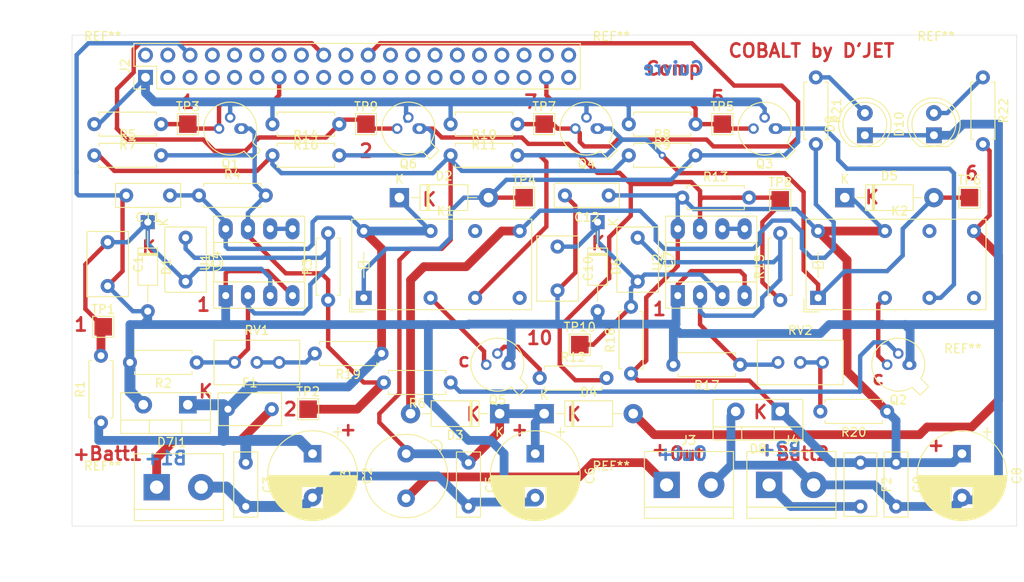
<source format=kicad_pcb>
(kicad_pcb (version 20171130) (host pcbnew "(5.1.8)-1")
  (title_block (title "COBALT : Contrôleur de décharge de batteries alternée") (date 2020-12-04) (rev 8) (company "D'JET Conseil Formation Projets"))
  (layers (0 F.Cu signal) (31 B.Cu signal) (34 B.Paste user hide) (35 F.Paste user hide) (36 B.SilkS user hide) (37 F.SilkS user) (38 B.Mask user hide) (39 F.Mask user hide) (44 Edge.Cuts user))
  (net 0 "")
  (net 1 /Vref1)
  (net 2 GNDA)
  (net 3 /VDD1_AF)
  (net 4 "Net-(C4-Pad1)")
  (net 5 /VDD_OUT)
  (net 6 "Net-(C7-Pad1)")
  (net 7 /Vref2)
  (net 8 /VDD2_AF)
  (net 9 "Net-(D2-Pad2)")
  (net 10 "Net-(D3-Pad2)")
  (net 11 "Net-(D4-Pad2)")
  (net 12 "Net-(D5-Pad2)")
  (net 13 /VDD1)
  (net 14 /VDD2)
  (net 15 /3,3V)
  (net 16 "Net-(J2-Pad2)")
  (net 17 "Net-(J2-Pad3)")
  (net 18 "Net-(J2-Pad4)")
  (net 19 "Net-(J2-Pad5)")
  (net 20 "Net-(J2-Pad7)")
  (net 21 "Net-(J2-Pad8)")
  (net 22 "Net-(J2-Pad9)")
  (net 23 "Net-(J2-Pad10)")
  (net 24 "Net-(J2-Pad11)")
  (net 25 "Net-(J2-Pad12)")
  (net 26 "Net-(J2-Pad13)")
  (net 27 "Net-(J2-Pad14)")
  (net 28 "Net-(J2-Pad15)")
  (net 29 "Net-(J2-Pad16)")
  (net 30 "Net-(J2-Pad17)")
  (net 31 "Net-(J2-Pad18)")
  (net 32 "Net-(J2-Pad19)")
  (net 33 "Net-(J2-Pad20)")
  (net 34 "Net-(J2-Pad21)")
  (net 35 "Net-(J2-Pad22)")
  (net 36 "Net-(J2-Pad23)")
  (net 37 "Net-(J2-Pad24)")
  (net 38 "Net-(J2-Pad25)")
  (net 39 "Net-(J2-Pad26)")
  (net 40 "Net-(J2-Pad27)")
  (net 41 "Net-(J2-Pad28)")
  (net 42 "Net-(J2-Pad29)")
  (net 43 "Net-(J2-Pad30)")
  (net 44 "Net-(J2-Pad31)")
  (net 45 "Net-(J2-Pad32)")
  (net 46 "Net-(J2-Pad33)")
  (net 47 "Net-(J2-Pad34)")
  (net 48 "Net-(J2-Pad35)")
  (net 49 "Net-(J2-Pad36)")
  (net 50 "Net-(J2-Pad37)")
  (net 51 "Net-(J2-Pad38)")
  (net 52 "Net-(J2-Pad39)")
  (net 53 "Net-(J2-Pad40)")
  (net 54 "Net-(K1-Pad22)")
  (net 55 "Net-(K1-Pad11)")
  (net 56 "Net-(K1-Pad14)")
  (net 57 "Net-(K2-Pad14)")
  (net 58 "Net-(K2-Pad11)")
  (net 59 "Net-(K2-Pad22)")
  (net 60 "Net-(Q1-Pad1)")
  (net 61 "Net-(Q2-Pad2)")
  (net 62 "Net-(Q5-Pad2)")
  (net 63 "Net-(Q6-Pad1)")
  (net 64 "Net-(R19-Pad2)")
  (net 65 "Net-(R20-Pad2)")
  (net 66 "Net-(U1-Pad5)")
  (net 67 "Net-(U2-Pad5)")
  (net 68 "Net-(D9-Pad2)")
  (net 69 "Net-(D10-Pad2)")
  (net 70 "Net-(F3-Pad1)")
  (module Resistor_THT:R_Axial_DIN0207_L6.3mm_D2.5mm_P7.62mm_Horizontal (layer F.Cu) (at 179.07 99.822 180)
    (fp_text reference R17 (at 3.81 -2.37) (layer F.SilkS))
    (fp_text value 47K)
    (pad 2 thru_hole oval (at 7.62 0 180) (size 1.6 1.6) (drill 0.8) (layers *.Cu *.Mask) (net 2 GNDA))
    (pad 1 thru_hole circle (at 0 0 180) (size 1.6 1.6) (drill 0.8) (layers *.Cu *.Mask) (net 6 "Net-(C7-Pad1)"))
  )
  (module MountingHole:MountingHole_2.7mm_M2.5_DIN965 (layer F.Cu) (at 204.47 101.346)
    (fp_text reference REF** (at 0 -3.35) (layer F.SilkS))
    (fp_text value MountingHole_2.7mm_M2.5_DIN965)
    (pad 1 np_thru_hole circle (at 0 0) (size 2.7 2.7) (drill 2.7) (layers *.Cu *.Mask))
  )
  (module MountingHole:MountingHole_2.7mm_M2.5_DIN965 (layer F.Cu) (at 201.422 65.73)
    (fp_text reference REF** (at 0 -3.35) (layer F.SilkS))
    (fp_text value MountingHole_2.7mm_M2.5_DIN965)
    (pad 1 np_thru_hole circle (at 0 0) (size 2.7 2.7) (drill 2.7) (layers *.Cu *.Mask))
  )
  (module Resistor_THT:R_Axial_DIN0207_L6.3mm_D2.5mm_P7.62mm_Horizontal (layer F.Cu) (at 132.08 92.456 90)
    (fp_text reference R3 (at 3.81 -2.37 90) (layer F.SilkS))
    (fp_text value 1M)
    (pad 2 thru_hole oval (at 7.62 0 90) (size 1.6 1.6) (drill 0.8) (layers *.Cu *.Mask) (net 4 "Net-(C4-Pad1)"))
    (pad 1 thru_hole circle (at 0 0 90) (size 1.6 1.6) (drill 0.8) (layers *.Cu *.Mask) (net 60 "Net-(Q1-Pad1)"))
  )
  (module Relay_THT:Relay_DPDT_Finder_30.22 (layer F.Cu) (at 187.96 92.202)
    (fp_text reference K2 (at 9.3 -9.9) (layer F.SilkS))
    (fp_text value FINDER-30.22)
    (pad 12 thru_hole circle (at 12.7 0 90) (size 1.6 1.6) (drill 0.8) (layers *.Cu *.Mask) (net 9 "Net-(D2-Pad2)"))
    (pad 14 thru_hole circle (at 17.78 0 90) (size 1.6 1.6) (drill 0.8) (layers *.Cu *.Mask) (net 57 "Net-(K2-Pad14)"))
    (pad 11 thru_hole circle (at 7.62 0 90) (size 1.6 1.6) (drill 0.8) (layers *.Cu *.Mask) (net 58 "Net-(K2-Pad11)"))
    (pad A2 thru_hole circle (at 0 -7.62 90) (size 1.6 1.6) (drill 0.8) (layers *.Cu *.Mask) (net 8 /VDD2_AF))
    (pad A1 thru_hole rect (at 0 0 90) (size 1.6 1.8) (drill 0.8) (layers *.Cu *.Mask) (net 12 "Net-(D5-Pad2)"))
    (pad 24 thru_hole circle (at 17.78 -7.62 180) (size 1.6 1.6) (drill 0.8) (layers *.Cu *.Mask) (net 11 "Net-(D4-Pad2)"))
    (pad 22 thru_hole circle (at 12.7 -7.62 90) (size 1.6 1.6) (drill 0.8) (layers *.Cu *.Mask) (net 59 "Net-(K2-Pad22)"))
    (pad 21 thru_hole circle (at 7.62 -7.62 90) (size 1.6 1.6) (drill 0.8) (layers *.Cu *.Mask) (net 8 /VDD2_AF))
  )
  (module TestPoint:TestPoint_Pad_2.0x2.0mm (layer F.Cu) (at 106.426 95.504)
    (fp_text reference TP1 (at 0 -1.998) (layer F.SilkS))
    (fp_text value TestPoint)
    (pad 1 smd rect (at 0 0) (size 2 2) (layers F.Cu F.Mask) (net 1 /Vref1))
  )
  (module TestPoint:TestPoint_Pad_2.0x2.0mm (layer F.Cu) (at 183.642 81.026)
    (fp_text reference TP8 (at 0 -1.998) (layer F.SilkS))
    (fp_text value TestPoint)
    (pad 1 smd rect (at 0 0) (size 2 2) (layers F.Cu F.Mask) (net 63 "Net-(Q6-Pad1)"))
  )
  (module Resistor_THT:R_Axial_DIN0207_L6.3mm_D2.5mm_P7.62mm_Horizontal (layer F.Cu) (at 153.67 72.39 180)
    (fp_text reference R11 (at 3.81 -2.37) (layer F.SilkS))
    (fp_text value 10K)
    (pad 2 thru_hole oval (at 7.62 0 180) (size 1.6 1.6) (drill 0.8) (layers *.Cu *.Mask) (net 15 /3,3V))
    (pad 1 thru_hole circle (at 0 0 180) (size 1.6 1.6) (drill 0.8) (layers *.Cu *.Mask) (net 35 "Net-(J2-Pad22)"))
  )
  (module Resistor_THT:R_Axial_DIN0207_L6.3mm_D2.5mm_P7.62mm_Horizontal (layer F.Cu) (at 166.37 75.946)
    (fp_text reference R8 (at 3.81 -2.37) (layer F.SilkS))
    (fp_text value 10K)
    (pad 2 thru_hole oval (at 7.62 0) (size 1.6 1.6) (drill 0.8) (layers *.Cu *.Mask) (net 9 "Net-(D2-Pad2)"))
    (pad 1 thru_hole circle (at 0 0) (size 1.6 1.6) (drill 0.8) (layers *.Cu *.Mask) (net 5 /VDD_OUT))
  )
  (module Resistor_THT:R_Axial_DIN0207_L6.3mm_D2.5mm_P7.62mm_Horizontal (layer F.Cu) (at 173.99 72.39 180)
    (fp_text reference R9 (at 3.81 -2.37) (layer F.SilkS))
    (fp_text value 10K)
    (pad 2 thru_hole oval (at 7.62 0 180) (size 1.6 1.6) (drill 0.8) (layers *.Cu *.Mask) (net 15 /3,3V))
    (pad 1 thru_hole circle (at 0 0 180) (size 1.6 1.6) (drill 0.8) (layers *.Cu *.Mask) (net 50 "Net-(J2-Pad37)"))
  )
  (module TestPoint:TestPoint_Pad_2.0x2.0mm (layer F.Cu) (at 116.078 72.39)
    (fp_text reference TP3 (at 0 -1.998) (layer F.SilkS))
    (fp_text value TestPoint)
    (pad 1 smd rect (at 0 0) (size 2 2) (layers F.Cu F.Mask) (net 26 "Net-(J2-Pad13)"))
  )
  (module MountingHole:MountingHole_2.7mm_M2.5_DIN965 (layer F.Cu) (at 164.37 114.73)
    (fp_text reference REF** (at 0 -3.35) (layer F.SilkS))
    (fp_text value MountingHole_2.7mm_M2.5_DIN965)
    (pad 1 np_thru_hole circle (at 0 0) (size 2.7 2.7) (drill 2.7) (layers *.Cu *.Mask))
  )
  (module MountingHole:MountingHole_2.7mm_M2.5_DIN965 (layer F.Cu) (at 106.37 114.73)
    (fp_text reference REF** (at 0 -3.35) (layer F.SilkS))
    (fp_text value MountingHole_2.7mm_M2.5_DIN965)
    (pad 1 np_thru_hole circle (at 0 0) (size 2.7 2.7) (drill 2.7) (layers *.Cu *.Mask))
  )
  (module MountingHole:MountingHole_2.7mm_M2.5_DIN965 (layer F.Cu) (at 164.37 65.73)
    (fp_text reference REF** (at 0 -3.35) (layer F.SilkS))
    (fp_text value MountingHole_2.7mm_M2.5_DIN965)
    (pad 1 np_thru_hole circle (at 0 0) (size 2.7 2.7) (drill 2.7) (layers *.Cu *.Mask))
  )
  (module MountingHole:MountingHole_2.7mm_M2.5_DIN965 (layer F.Cu) (at 106.37 65.73)
    (fp_text reference REF** (at 0 -3.35) (layer F.SilkS))
    (fp_text value MountingHole_2.7mm_M2.5_DIN965)
    (pad 1 np_thru_hole circle (at 0 0) (size 2.7 2.7) (drill 2.7) (layers *.Cu *.Mask))
  )
  (module Capacitor_THT:C_Rect_L7.2mm_W4.5mm_P5.00mm_FKS2_FKP2_MKS2_MKP2 (layer F.Cu) (at 106.934 85.852 270)
    (fp_text reference C1 (at 2.5 -3.5 90) (layer F.SilkS))
    (fp_text value 1nF)
    (pad 2 thru_hole circle (at 5 0 270) (size 1.6 1.6) (drill 0.8) (layers *.Cu *.Mask) (net 2 GNDA))
    (pad 1 thru_hole circle (at 0 0 270) (size 1.6 1.6) (drill 0.8) (layers *.Cu *.Mask) (net 1 /Vref1))
  )
  (module Capacitor_THT:C_Rect_L7.2mm_W2.5mm_P5.00mm_FKS2_FKP2_MKS2_MKP2 (layer F.Cu) (at 122.682 110.998 270)
    (fp_text reference C3 (at 2.5 -2.5 90) (layer F.SilkS))
    (fp_text value 0.1uF)
    (pad 2 thru_hole circle (at 5 0 270) (size 1.6 1.6) (drill 0.8) (layers *.Cu *.Mask) (net 2 GNDA))
    (pad 1 thru_hole circle (at 0 0 270) (size 1.6 1.6) (drill 0.8) (layers *.Cu *.Mask) (net 3 /VDD1_AF))
  )
  (module Capacitor_THT:C_Rect_L7.2mm_W4.5mm_P5.00mm_FKS2_FKP2_MKS2_MKP2 (layer F.Cu) (at 115.824 85.344 270)
    (fp_text reference C4 (at 2.5 -3.5 90) (layer F.SilkS))
    (fp_text value 100pf)
    (pad 2 thru_hole circle (at 5 0 270) (size 1.6 1.6) (drill 0.8) (layers *.Cu *.Mask) (net 1 /Vref1))
    (pad 1 thru_hole circle (at 0 0 270) (size 1.6 1.6) (drill 0.8) (layers *.Cu *.Mask) (net 4 "Net-(C4-Pad1)"))
  )
  (module Capacitor_THT:C_Rect_L7.2mm_W4.5mm_P5.00mm_FKS2_FKP2_MKS2_MKP2 (layer F.Cu) (at 167.386 85.344 270)
    (fp_text reference C7 (at 2.5 -3.5 90) (layer F.SilkS))
    (fp_text value 100pF)
    (pad 2 thru_hole circle (at 5 0 270) (size 1.6 1.6) (drill 0.8) (layers *.Cu *.Mask) (net 7 /Vref2))
    (pad 1 thru_hole circle (at 0 0 270) (size 1.6 1.6) (drill 0.8) (layers *.Cu *.Mask) (net 6 "Net-(C7-Pad1)"))
  )
  (module Capacitor_THT:C_Rect_L7.2mm_W2.5mm_P5.00mm_FKS2_FKP2_MKS2_MKP2 (layer F.Cu) (at 196.85 110.998 270)
    (fp_text reference C9 (at 2.5 -2.5 90) (layer F.SilkS))
    (fp_text value 0.1uF)
    (pad 2 thru_hole circle (at 5 0 270) (size 1.6 1.6) (drill 0.8) (layers *.Cu *.Mask) (net 2 GNDA))
    (pad 1 thru_hole circle (at 0 0 270) (size 1.6 1.6) (drill 0.8) (layers *.Cu *.Mask) (net 8 /VDD2_AF))
  )
  (module Capacitor_THT:C_Rect_L7.2mm_W4.5mm_P5.00mm_FKS2_FKP2_MKS2_MKP2 (layer F.Cu) (at 158.242 86.36 270)
    (fp_text reference C10 (at 2.5 -3.5 90) (layer F.SilkS))
    (fp_text value 1nF)
    (pad 2 thru_hole circle (at 5 0 270) (size 1.6 1.6) (drill 0.8) (layers *.Cu *.Mask) (net 2 GNDA))
    (pad 1 thru_hole circle (at 0 0 270) (size 1.6 1.6) (drill 0.8) (layers *.Cu *.Mask) (net 7 /Vref2))
  )
  (module Capacitor_THT:C_Rect_L7.2mm_W2.5mm_P5.00mm_FKS2_FKP2_MKS2_MKP2 (layer F.Cu) (at 114.046 80.518 180)
    (fp_text reference C11 (at 2.5 -2.5) (layer F.SilkS))
    (fp_text value 0.1uF)
    (pad 2 thru_hole circle (at 5 0 180) (size 1.6 1.6) (drill 0.8) (layers *.Cu *.Mask) (net 2 GNDA))
    (pad 1 thru_hole circle (at 0 0 180) (size 1.6 1.6) (drill 0.8) (layers *.Cu *.Mask) (net 3 /VDD1_AF))
  )
  (module Capacitor_THT:C_Rect_L7.2mm_W2.5mm_P5.00mm_FKS2_FKP2_MKS2_MKP2 (layer F.Cu) (at 164.084 80.518 180)
    (fp_text reference C12 (at 2.5 -2.5) (layer F.SilkS))
    (fp_text value 0.1uF)
    (pad 2 thru_hole circle (at 5 0 180) (size 1.6 1.6) (drill 0.8) (layers *.Cu *.Mask) (net 2 GNDA))
    (pad 1 thru_hole circle (at 0 0 180) (size 1.6 1.6) (drill 0.8) (layers *.Cu *.Mask) (net 8 /VDD2_AF))
  )
  (module Diode_THT:D_DO-35_SOD27_P10.16mm_Horizontal (layer F.Cu) (at 111.506 83.566 270)
    (fp_text reference D1 (at 5.08 -2.12 90) (layer F.SilkS))
    (fp_text value BZX46C-6V2)
    (fp_text user K (at 0 -1.8 90) (layer F.SilkS))
    (pad 2 thru_hole oval (at 10.16 0 270) (size 1.6 1.6) (drill 0.8) (layers *.Cu *.Mask) (net 2 GNDA))
    (pad 1 thru_hole rect (at 0 0 270) (size 1.6 1.6) (drill 0.8) (layers *.Cu *.Mask) (net 1 /Vref1))
  )
  (module Diode_THT:D_DO-41_SOD81_P10.16mm_Horizontal (layer F.Cu) (at 140.208 80.772)
    (fp_text reference D2 (at 5.08 -2.47) (layer F.SilkS))
    (fp_text value 1N4001)
    (fp_text user K (at 0 -2.1) (layer F.SilkS))
    (pad 2 thru_hole oval (at 10.16 0) (size 2.2 2.2) (drill 1.1) (layers *.Cu *.Mask) (net 9 "Net-(D2-Pad2)"))
    (pad 1 thru_hole rect (at 0 0) (size 2.2 2.2) (drill 1.1) (layers *.Cu *.Mask) (net 3 /VDD1_AF))
  )
  (module Diode_THT:D_DO-41_SOD81_P10.16mm_Horizontal (layer F.Cu) (at 151.638 105.41 180)
    (fp_text reference D3 (at 5.08 -2.47) (layer F.SilkS))
    (fp_text value 1N5819)
    (fp_text user K (at 0 -2.1) (layer F.SilkS))
    (pad 2 thru_hole oval (at 10.16 0 180) (size 2.2 2.2) (drill 1.1) (layers *.Cu *.Mask) (net 10 "Net-(D3-Pad2)"))
    (pad 1 thru_hole rect (at 0 0 180) (size 2.2 2.2) (drill 1.1) (layers *.Cu *.Mask) (net 5 /VDD_OUT))
  )
  (module Diode_THT:D_DO-41_SOD81_P10.16mm_Horizontal (layer F.Cu) (at 156.718 105.41)
    (fp_text reference D4 (at 5.08 -2.47) (layer F.SilkS))
    (fp_text value 1N5819)
    (fp_text user K (at 0 -2.1) (layer F.SilkS))
    (pad 2 thru_hole oval (at 10.16 0) (size 2.2 2.2) (drill 1.1) (layers *.Cu *.Mask) (net 11 "Net-(D4-Pad2)"))
    (pad 1 thru_hole rect (at 0 0) (size 2.2 2.2) (drill 1.1) (layers *.Cu *.Mask) (net 5 /VDD_OUT))
  )
  (module Diode_THT:D_DO-41_SOD81_P10.16mm_Horizontal (layer F.Cu) (at 191.008 80.772)
    (fp_text reference D5 (at 5.08 -2.47) (layer F.SilkS))
    (fp_text value 1N4001)
    (fp_text user K (at 0 -2.1) (layer F.SilkS))
    (pad 2 thru_hole oval (at 10.16 0) (size 2.2 2.2) (drill 1.1) (layers *.Cu *.Mask) (net 12 "Net-(D5-Pad2)"))
    (pad 1 thru_hole rect (at 0 0) (size 2.2 2.2) (drill 1.1) (layers *.Cu *.Mask) (net 8 /VDD2_AF))
  )
  (module Diode_THT:D_DO-35_SOD27_P10.16mm_Horizontal (layer F.Cu) (at 162.814 83.566 270)
    (fp_text reference D6 (at 5.08 -2.12 90) (layer F.SilkS))
    (fp_text value BZX46C-6V2)
    (fp_text user K (at 0 -1.8 90) (layer F.SilkS))
    (pad 2 thru_hole oval (at 10.16 0 270) (size 1.6 1.6) (drill 0.8) (layers *.Cu *.Mask) (net 2 GNDA))
    (pad 1 thru_hole rect (at 0 0 270) (size 1.6 1.6) (drill 0.8) (layers *.Cu *.Mask) (net 7 /Vref2))
  )
  (module Package_TO_SOT_THT:TO-220-2_Vertical (layer F.Cu) (at 116.078 104.394 180)
    (fp_text reference D7 (at 2.54 -4.27) (layer F.SilkS))
    (fp_text value MUR820)
    (pad 2 thru_hole oval (at 5.08 0 180) (size 2 2) (drill 1.1) (layers *.Cu *.Mask) (net 2 GNDA))
    (pad 1 thru_hole rect (at 0 0 180) (size 2 2) (drill 1.1) (layers *.Cu *.Mask) (net 3 /VDD1_AF))
  )
  (module Package_TO_SOT_THT:TO-220-2_Vertical (layer F.Cu) (at 183.642 105.156 180)
    (fp_text reference D8 (at 2.54 -4.27) (layer F.SilkS))
    (fp_text value MUR820)
    (pad 2 thru_hole oval (at 5.08 0 180) (size 2 2) (drill 1.1) (layers *.Cu *.Mask) (net 2 GNDA))
    (pad 1 thru_hole rect (at 0 0 180) (size 2 2) (drill 1.1) (layers *.Cu *.Mask) (net 8 /VDD2_AF))
  )
  (module Capacitor_THT:C_Rect_L7.0mm_W3.5mm_P5.00mm (layer F.Cu) (at 120.65 104.902)
    (fp_text reference F1 (at 2.5 -3) (layer F.SilkS))
    (fp_text value "PTC FRU25030F")
    (pad 2 thru_hole circle (at 5 0) (size 1.6 1.6) (drill 0.8) (layers *.Cu *.Mask) (net 13 /VDD1))
    (pad 1 thru_hole circle (at 0 0) (size 1.6 1.6) (drill 0.8) (layers *.Cu *.Mask) (net 3 /VDD1_AF))
  )
  (module Capacitor_THT:C_Rect_L7.0mm_W3.5mm_P5.00mm (layer F.Cu) (at 192.786 110.998 270)
    (fp_text reference F2 (at 2.5 -3 90) (layer F.SilkS))
    (fp_text value "PTC FRU25030F")
    (pad 2 thru_hole circle (at 5 0 270) (size 1.6 1.6) (drill 0.8) (layers *.Cu *.Mask) (net 14 /VDD2))
    (pad 1 thru_hole circle (at 0 0 270) (size 1.6 1.6) (drill 0.8) (layers *.Cu *.Mask) (net 8 /VDD2_AF))
  )
  (module TerminalBlock:TerminalBlock_bornier-2_P5.08mm (layer F.Cu) (at 112.522 113.792)
    (fp_text reference J1 (at 2.54 -5.08) (layer F.SilkS))
    (fp_text value Batt1_In)
    (pad 2 thru_hole circle (at 5.08 0) (size 3 3) (drill 1.52) (layers *.Cu *.Mask) (net 2 GNDA))
    (pad 1 thru_hole rect (at 0 0) (size 3 3) (drill 1.52) (layers *.Cu *.Mask) (net 13 /VDD1))
  )
  (module Connector_PinHeader_2.54mm:PinHeader_2x20_P2.54mm_Vertical (layer F.Cu) (at 111.252 67.056 90)
    (fp_text reference J2 (at 1.27 -2.33 90) (layer F.SilkS))
    (fp_text value "Connecteur Raspberry Pi femelle 40 broches ")
    (pad 40 thru_hole oval (at 2.54 48.26 90) (size 1.7 1.7) (drill 1) (layers *.Cu *.Mask) (net 53 "Net-(J2-Pad40)"))
    (pad 39 thru_hole oval (at 0 48.26 90) (size 1.7 1.7) (drill 1) (layers *.Cu *.Mask) (net 52 "Net-(J2-Pad39)"))
    (pad 38 thru_hole oval (at 2.54 45.72 90) (size 1.7 1.7) (drill 1) (layers *.Cu *.Mask) (net 51 "Net-(J2-Pad38)"))
    (pad 37 thru_hole oval (at 0 45.72 90) (size 1.7 1.7) (drill 1) (layers *.Cu *.Mask) (net 50 "Net-(J2-Pad37)"))
    (pad 36 thru_hole oval (at 2.54 43.18 90) (size 1.7 1.7) (drill 1) (layers *.Cu *.Mask) (net 49 "Net-(J2-Pad36)"))
    (pad 35 thru_hole oval (at 0 43.18 90) (size 1.7 1.7) (drill 1) (layers *.Cu *.Mask) (net 48 "Net-(J2-Pad35)"))
    (pad 34 thru_hole oval (at 2.54 40.64 90) (size 1.7 1.7) (drill 1) (layers *.Cu *.Mask) (net 47 "Net-(J2-Pad34)"))
    (pad 33 thru_hole oval (at 0 40.64 90) (size 1.7 1.7) (drill 1) (layers *.Cu *.Mask) (net 46 "Net-(J2-Pad33)"))
    (pad 32 thru_hole oval (at 2.54 38.1 90) (size 1.7 1.7) (drill 1) (layers *.Cu *.Mask) (net 45 "Net-(J2-Pad32)"))
    (pad 31 thru_hole oval (at 0 38.1 90) (size 1.7 1.7) (drill 1) (layers *.Cu *.Mask) (net 44 "Net-(J2-Pad31)"))
    (pad 30 thru_hole oval (at 2.54 35.56 90) (size 1.7 1.7) (drill 1) (layers *.Cu *.Mask) (net 43 "Net-(J2-Pad30)"))
    (pad 29 thru_hole oval (at 0 35.56 90) (size 1.7 1.7) (drill 1) (layers *.Cu *.Mask) (net 42 "Net-(J2-Pad29)"))
    (pad 28 thru_hole oval (at 2.54 33.02 90) (size 1.7 1.7) (drill 1) (layers *.Cu *.Mask) (net 41 "Net-(J2-Pad28)"))
    (pad 27 thru_hole oval (at 0 33.02 90) (size 1.7 1.7) (drill 1) (layers *.Cu *.Mask) (net 40 "Net-(J2-Pad27)"))
    (pad 26 thru_hole oval (at 2.54 30.48 90) (size 1.7 1.7) (drill 1) (layers *.Cu *.Mask) (net 39 "Net-(J2-Pad26)"))
    (pad 25 thru_hole oval (at 0 30.48 90) (size 1.7 1.7) (drill 1) (layers *.Cu *.Mask) (net 38 "Net-(J2-Pad25)"))
    (pad 24 thru_hole oval (at 2.54 27.94 90) (size 1.7 1.7) (drill 1) (layers *.Cu *.Mask) (net 37 "Net-(J2-Pad24)"))
    (pad 23 thru_hole oval (at 0 27.94 90) (size 1.7 1.7) (drill 1) (layers *.Cu *.Mask) (net 36 "Net-(J2-Pad23)"))
    (pad 22 thru_hole oval (at 2.54 25.4 90) (size 1.7 1.7) (drill 1) (layers *.Cu *.Mask) (net 35 "Net-(J2-Pad22)"))
    (pad 21 thru_hole oval (at 0 25.4 90) (size 1.7 1.7) (drill 1) (layers *.Cu *.Mask) (net 34 "Net-(J2-Pad21)"))
    (pad 20 thru_hole oval (at 2.54 22.86 90) (size 1.7 1.7) (drill 1) (layers *.Cu *.Mask) (net 33 "Net-(J2-Pad20)"))
    (pad 19 thru_hole oval (at 0 22.86 90) (size 1.7 1.7) (drill 1) (layers *.Cu *.Mask) (net 32 "Net-(J2-Pad19)"))
    (pad 18 thru_hole oval (at 2.54 20.32 90) (size 1.7 1.7) (drill 1) (layers *.Cu *.Mask) (net 31 "Net-(J2-Pad18)"))
    (pad 17 thru_hole oval (at 0 20.32 90) (size 1.7 1.7) (drill 1) (layers *.Cu *.Mask) (net 30 "Net-(J2-Pad17)"))
    (pad 16 thru_hole oval (at 2.54 17.78 90) (size 1.7 1.7) (drill 1) (layers *.Cu *.Mask) (net 29 "Net-(J2-Pad16)"))
    (pad 15 thru_hole oval (at 0 17.78 90) (size 1.7 1.7) (drill 1) (layers *.Cu *.Mask) (net 28 "Net-(J2-Pad15)"))
    (pad 14 thru_hole oval (at 2.54 15.24 90) (size 1.7 1.7) (drill 1) (layers *.Cu *.Mask) (net 27 "Net-(J2-Pad14)"))
    (pad 13 thru_hole oval (at 0 15.24 90) (size 1.7 1.7) (drill 1) (layers *.Cu *.Mask) (net 26 "Net-(J2-Pad13)"))
    (pad 12 thru_hole oval (at 2.54 12.7 90) (size 1.7 1.7) (drill 1) (layers *.Cu *.Mask) (net 25 "Net-(J2-Pad12)"))
    (pad 11 thru_hole oval (at 0 12.7 90) (size 1.7 1.7) (drill 1) (layers *.Cu *.Mask) (net 24 "Net-(J2-Pad11)"))
    (pad 10 thru_hole oval (at 2.54 10.16 90) (size 1.7 1.7) (drill 1) (layers *.Cu *.Mask) (net 23 "Net-(J2-Pad10)"))
    (pad 9 thru_hole oval (at 0 10.16 90) (size 1.7 1.7) (drill 1) (layers *.Cu *.Mask) (net 22 "Net-(J2-Pad9)"))
    (pad 8 thru_hole oval (at 2.54 7.62 90) (size 1.7 1.7) (drill 1) (layers *.Cu *.Mask) (net 21 "Net-(J2-Pad8)"))
    (pad 7 thru_hole oval (at 0 7.62 90) (size 1.7 1.7) (drill 1) (layers *.Cu *.Mask) (net 20 "Net-(J2-Pad7)"))
    (pad 6 thru_hole oval (at 2.54 5.08 90) (size 1.7 1.7) (drill 1) (layers *.Cu *.Mask) (net 2 GNDA))
    (pad 5 thru_hole oval (at 0 5.08 90) (size 1.7 1.7) (drill 1) (layers *.Cu *.Mask) (net 19 "Net-(J2-Pad5)"))
    (pad 4 thru_hole oval (at 2.54 2.54 90) (size 1.7 1.7) (drill 1) (layers *.Cu *.Mask) (net 18 "Net-(J2-Pad4)"))
    (pad 3 thru_hole oval (at 0 2.54 90) (size 1.7 1.7) (drill 1) (layers *.Cu *.Mask) (net 17 "Net-(J2-Pad3)"))
    (pad 2 thru_hole oval (at 2.54 0 90) (size 1.7 1.7) (drill 1) (layers *.Cu *.Mask) (net 16 "Net-(J2-Pad2)"))
    (pad 1 thru_hole rect (at 0 0 90) (size 1.7 1.7) (drill 1) (layers *.Cu *.Mask) (net 15 /3,3V))
  )
  (module TerminalBlock:TerminalBlock_bornier-2_P5.08mm (layer F.Cu) (at 170.688 113.538)
    (fp_text reference J3 (at 2.54 -5.08) (layer F.SilkS))
    (fp_text value Batt_Out)
    (pad 2 thru_hole circle (at 5.08 0) (size 3 3) (drill 1.52) (layers *.Cu *.Mask) (net 2 GNDA))
    (pad 1 thru_hole rect (at 0 0) (size 3 3) (drill 1.52) (layers *.Cu *.Mask) (net 70 "Net-(F3-Pad1)"))
  )
  (module TerminalBlock:TerminalBlock_bornier-2_P5.08mm (layer F.Cu) (at 182.372 113.538)
    (fp_text reference J4 (at 2.54 -5.08) (layer F.SilkS))
    (fp_text value Batt2_In)
    (pad 2 thru_hole circle (at 5.08 0) (size 3 3) (drill 1.52) (layers *.Cu *.Mask) (net 2 GNDA))
    (pad 1 thru_hole rect (at 0 0) (size 3 3) (drill 1.52) (layers *.Cu *.Mask) (net 14 /VDD2))
  )
  (module Relay_THT:Relay_DPDT_Finder_30.22 (layer F.Cu) (at 136.144 92.202)
    (fp_text reference K1 (at 9.3 -9.9) (layer F.SilkS))
    (fp_text value FINDER-30.22)
    (pad 12 thru_hole circle (at 12.7 0 90) (size 1.6 1.6) (drill 0.8) (layers *.Cu *.Mask) (net 12 "Net-(D5-Pad2)"))
    (pad 14 thru_hole circle (at 17.78 0 90) (size 1.6 1.6) (drill 0.8) (layers *.Cu *.Mask) (net 56 "Net-(K1-Pad14)"))
    (pad 11 thru_hole circle (at 7.62 0 90) (size 1.6 1.6) (drill 0.8) (layers *.Cu *.Mask) (net 55 "Net-(K1-Pad11)"))
    (pad A2 thru_hole circle (at 0 -7.62 90) (size 1.6 1.6) (drill 0.8) (layers *.Cu *.Mask) (net 3 /VDD1_AF))
    (pad A1 thru_hole rect (at 0 0 90) (size 1.6 1.8) (drill 0.8) (layers *.Cu *.Mask) (net 9 "Net-(D2-Pad2)"))
    (pad 24 thru_hole circle (at 17.78 -7.62 180) (size 1.6 1.6) (drill 0.8) (layers *.Cu *.Mask) (net 10 "Net-(D3-Pad2)"))
    (pad 22 thru_hole circle (at 12.7 -7.62 90) (size 1.6 1.6) (drill 0.8) (layers *.Cu *.Mask) (net 54 "Net-(K1-Pad22)"))
    (pad 21 thru_hole circle (at 7.62 -7.62 90) (size 1.6 1.6) (drill 0.8) (layers *.Cu *.Mask) (net 3 /VDD1_AF))
  )
  (module Resistor_THT:R_Axial_DIN0207_L6.3mm_D2.5mm_P7.62mm_Horizontal (layer F.Cu) (at 106.172 106.426 90)
    (fp_text reference R1 (at 3.81 -2.37 90) (layer F.SilkS))
    (fp_text value 22K)
    (pad 2 thru_hole oval (at 7.62 0 90) (size 1.6 1.6) (drill 0.8) (layers *.Cu *.Mask) (net 1 /Vref1))
    (pad 1 thru_hole circle (at 0 0 90) (size 1.6 1.6) (drill 0.8) (layers *.Cu *.Mask) (net 3 /VDD1_AF))
  )
  (module Resistor_THT:R_Axial_DIN0207_L6.3mm_D2.5mm_P7.62mm_Horizontal (layer F.Cu) (at 117.094 99.568 180)
    (fp_text reference R2 (at 3.81 -2.37) (layer F.SilkS))
    (fp_text value 47K)
    (pad 2 thru_hole oval (at 7.62 0 180) (size 1.6 1.6) (drill 0.8) (layers *.Cu *.Mask) (net 2 GNDA))
    (pad 1 thru_hole circle (at 0 0 180) (size 1.6 1.6) (drill 0.8) (layers *.Cu *.Mask) (net 4 "Net-(C4-Pad1)"))
  )
  (module Resistor_THT:R_Axial_DIN0207_L6.3mm_D2.5mm_P7.62mm_Horizontal (layer F.Cu) (at 117.348 80.518)
    (fp_text reference R4 (at 3.81 -2.37) (layer F.SilkS))
    (fp_text value 56K)
    (pad 2 thru_hole oval (at 7.62 0) (size 1.6 1.6) (drill 0.8) (layers *.Cu *.Mask) (net 60 "Net-(Q1-Pad1)"))
    (pad 1 thru_hole circle (at 0 0) (size 1.6 1.6) (drill 0.8) (layers *.Cu *.Mask) (net 3 /VDD1_AF))
  )
  (module Resistor_THT:R_Axial_DIN0207_L6.3mm_D2.5mm_P7.62mm_Horizontal (layer F.Cu) (at 105.41 75.946)
    (fp_text reference R5 (at 3.81 -2.37) (layer F.SilkS))
    (fp_text value 10K)
    (pad 2 thru_hole oval (at 7.62 0) (size 1.6 1.6) (drill 0.8) (layers *.Cu *.Mask) (net 60 "Net-(Q1-Pad1)"))
    (pad 1 thru_hole circle (at 0 0) (size 1.6 1.6) (drill 0.8) (layers *.Cu *.Mask) (net 5 /VDD_OUT))
  )
  (module Resistor_THT:R_Axial_DIN0207_L6.3mm_D2.5mm_P7.62mm_Horizontal (layer F.Cu) (at 146.05 101.854 180)
    (fp_text reference R6 (at 3.81 -2.37) (layer F.SilkS))
    (fp_text value 68K)
    (pad 2 thru_hole oval (at 7.62 0 180) (size 1.6 1.6) (drill 0.8) (layers *.Cu *.Mask) (net 60 "Net-(Q1-Pad1)"))
    (pad 1 thru_hole circle (at 0 0 180) (size 1.6 1.6) (drill 0.8) (layers *.Cu *.Mask) (net 61 "Net-(Q2-Pad2)"))
  )
  (module Resistor_THT:R_Axial_DIN0207_L6.3mm_D2.5mm_P7.62mm_Horizontal (layer F.Cu) (at 113.03 72.39 180)
    (fp_text reference R7 (at 3.81 -2.37) (layer F.SilkS))
    (fp_text value 10K)
    (pad 2 thru_hole oval (at 7.62 0 180) (size 1.6 1.6) (drill 0.8) (layers *.Cu *.Mask) (net 15 /3,3V))
    (pad 1 thru_hole circle (at 0 0 180) (size 1.6 1.6) (drill 0.8) (layers *.Cu *.Mask) (net 26 "Net-(J2-Pad13)"))
  )
  (module Resistor_THT:R_Axial_DIN0207_L6.3mm_D2.5mm_P7.62mm_Horizontal (layer F.Cu) (at 146.05 75.946)
    (fp_text reference R10 (at 3.81 -2.37) (layer F.SilkS))
    (fp_text value 10K)
    (pad 2 thru_hole oval (at 7.62 0) (size 1.6 1.6) (drill 0.8) (layers *.Cu *.Mask) (net 12 "Net-(D5-Pad2)"))
    (pad 1 thru_hole circle (at 0 0) (size 1.6 1.6) (drill 0.8) (layers *.Cu *.Mask) (net 5 /VDD_OUT))
  )
  (module Resistor_THT:R_Axial_DIN0207_L6.3mm_D2.5mm_P7.62mm_Horizontal (layer F.Cu) (at 156.21 101.346)
    (fp_text reference R12 (at 3.81 -2.37) (layer F.SilkS))
    (fp_text value 68K)
    (pad 2 thru_hole oval (at 7.62 0) (size 1.6 1.6) (drill 0.8) (layers *.Cu *.Mask) (net 63 "Net-(Q6-Pad1)"))
    (pad 1 thru_hole circle (at 0 0) (size 1.6 1.6) (drill 0.8) (layers *.Cu *.Mask) (net 62 "Net-(Q5-Pad2)"))
  )
  (module Resistor_THT:R_Axial_DIN0207_L6.3mm_D2.5mm_P7.62mm_Horizontal (layer F.Cu) (at 172.466 80.772)
    (fp_text reference R13 (at 3.81 -2.37) (layer F.SilkS))
    (fp_text value 56K)
    (pad 2 thru_hole oval (at 7.62 0) (size 1.6 1.6) (drill 0.8) (layers *.Cu *.Mask) (net 63 "Net-(Q6-Pad1)"))
    (pad 1 thru_hole circle (at 0 0) (size 1.6 1.6) (drill 0.8) (layers *.Cu *.Mask) (net 8 /VDD2_AF))
  )
  (module Resistor_THT:R_Axial_DIN0207_L6.3mm_D2.5mm_P7.62mm_Horizontal (layer F.Cu) (at 125.73 75.946)
    (fp_text reference R14 (at 3.81 -2.286) (layer F.SilkS))
    (fp_text value 10K)
    (pad 2 thru_hole oval (at 7.62 0) (size 1.6 1.6) (drill 0.8) (layers *.Cu *.Mask) (net 63 "Net-(Q6-Pad1)"))
    (pad 1 thru_hole circle (at 0 0) (size 1.6 1.6) (drill 0.8) (layers *.Cu *.Mask) (net 5 /VDD_OUT))
  )
  (module Resistor_THT:R_Axial_DIN0207_L6.3mm_D2.5mm_P7.62mm_Horizontal (layer F.Cu) (at 183.642 92.456 90)
    (fp_text reference R15 (at 3.81 -2.37 90) (layer F.SilkS))
    (fp_text value 1M)
    (pad 2 thru_hole oval (at 7.62 0 90) (size 1.6 1.6) (drill 0.8) (layers *.Cu *.Mask) (net 6 "Net-(C7-Pad1)"))
    (pad 1 thru_hole circle (at 0 0 90) (size 1.6 1.6) (drill 0.8) (layers *.Cu *.Mask) (net 63 "Net-(Q6-Pad1)"))
  )
  (module Resistor_THT:R_Axial_DIN0207_L6.3mm_D2.5mm_P7.62mm_Horizontal (layer F.Cu) (at 133.35 72.39 180)
    (fp_text reference R16 (at 3.81 -2.37) (layer F.SilkS))
    (fp_text value 10K)
    (pad 2 thru_hole oval (at 7.62 0 180) (size 1.6 1.6) (drill 0.8) (layers *.Cu *.Mask) (net 15 /3,3V))
    (pad 1 thru_hole circle (at 0 0 180) (size 1.6 1.6) (drill 0.8) (layers *.Cu *.Mask) (net 31 "Net-(J2-Pad18)"))
  )
  (module Resistor_THT:R_Axial_DIN0207_L6.3mm_D2.5mm_P7.62mm_Horizontal (layer F.Cu) (at 166.624 100.838 90)
    (fp_text reference R18 (at 3.81 -2.37 90) (layer F.SilkS))
    (fp_text value 22K)
    (pad 2 thru_hole oval (at 7.62 0 90) (size 1.6 1.6) (drill 0.8) (layers *.Cu *.Mask) (net 7 /Vref2))
    (pad 1 thru_hole circle (at 0 0 90) (size 1.6 1.6) (drill 0.8) (layers *.Cu *.Mask) (net 8 /VDD2_AF))
  )
  (module Resistor_THT:R_Axial_DIN0207_L6.3mm_D2.5mm_P7.62mm_Horizontal (layer F.Cu) (at 138.176 98.552 180)
    (fp_text reference R19 (at 3.81 -2.37) (layer F.SilkS))
    (fp_text value 39K)
    (pad 2 thru_hole oval (at 7.62 0 180) (size 1.6 1.6) (drill 0.8) (layers *.Cu *.Mask) (net 64 "Net-(R19-Pad2)"))
    (pad 1 thru_hole circle (at 0 0 180) (size 1.6 1.6) (drill 0.8) (layers *.Cu *.Mask) (net 3 /VDD1_AF))
  )
  (module Resistor_THT:R_Axial_DIN0207_L6.3mm_D2.5mm_P7.62mm_Horizontal (layer F.Cu) (at 195.834 105.156 180)
    (fp_text reference R20 (at 3.81 -2.37) (layer F.SilkS))
    (fp_text value 39K)
    (pad 2 thru_hole oval (at 7.62 0 180) (size 1.6 1.6) (drill 0.8) (layers *.Cu *.Mask) (net 65 "Net-(R20-Pad2)"))
    (pad 1 thru_hole circle (at 0 0 180) (size 1.6 1.6) (drill 0.8) (layers *.Cu *.Mask) (net 8 /VDD2_AF))
  )
  (module Potentiometer_THT:Potentiometer_Bourns_3296W_Vertical (layer F.Cu) (at 126.492 99.568)
    (fp_text reference RV1 (at -2.54 -3.66) (layer F.SilkS))
    (fp_text value 10K)
    (pad 3 thru_hole circle (at -5.08 0) (size 1.44 1.44) (drill 0.8) (layers *.Cu *.Mask) (net 4 "Net-(C4-Pad1)"))
    (pad 2 thru_hole circle (at -2.54 0) (size 1.44 1.44) (drill 0.8) (layers *.Cu *.Mask) (net 64 "Net-(R19-Pad2)"))
    (pad 1 thru_hole circle (at 0 0) (size 1.44 1.44) (drill 0.8) (layers *.Cu *.Mask) (net 64 "Net-(R19-Pad2)"))
  )
  (module Potentiometer_THT:Potentiometer_Bourns_3296W_Vertical (layer F.Cu) (at 188.468 99.568)
    (fp_text reference RV2 (at -2.54 -3.66) (layer F.SilkS))
    (fp_text value 10K)
    (pad 3 thru_hole circle (at -5.08 0) (size 1.44 1.44) (drill 0.8) (layers *.Cu *.Mask) (net 6 "Net-(C7-Pad1)"))
    (pad 2 thru_hole circle (at -2.54 0) (size 1.44 1.44) (drill 0.8) (layers *.Cu *.Mask) (net 65 "Net-(R20-Pad2)"))
    (pad 1 thru_hole circle (at 0 0) (size 1.44 1.44) (drill 0.8) (layers *.Cu *.Mask) (net 65 "Net-(R20-Pad2)"))
  )
  (module TestPoint:TestPoint_Pad_2.0x2.0mm (layer F.Cu) (at 129.794 104.902)
    (fp_text reference TP2 (at 0 -1.998) (layer F.SilkS))
    (fp_text value TestPoint)
    (pad 1 smd rect (at 0 0) (size 2 2) (layers F.Cu F.Mask) (net 60 "Net-(Q1-Pad1)"))
  )
  (module TestPoint:TestPoint_Pad_2.0x2.0mm (layer F.Cu) (at 154.432 80.772)
    (fp_text reference TP4 (at 0 -1.998) (layer F.SilkS))
    (fp_text value TestPoint)
    (pad 1 smd rect (at 0 0) (size 2 2) (layers F.Cu F.Mask) (net 9 "Net-(D2-Pad2)"))
  )
  (module TestPoint:TestPoint_Pad_2.0x2.0mm (layer F.Cu) (at 177.038 72.39)
    (fp_text reference TP5 (at 0 -1.998) (layer F.SilkS))
    (fp_text value TestPoint)
    (pad 1 smd rect (at 0 0) (size 2 2) (layers F.Cu F.Mask) (net 50 "Net-(J2-Pad37)"))
  )
  (module TestPoint:TestPoint_Pad_2.0x2.0mm (layer F.Cu) (at 205.232 80.772)
    (fp_text reference TP6 (at 0 -1.998) (layer F.SilkS))
    (fp_text value TestPoint)
    (pad 1 smd rect (at 0 0) (size 2 2) (layers F.Cu F.Mask) (net 12 "Net-(D5-Pad2)"))
  )
  (module TestPoint:TestPoint_Pad_2.0x2.0mm (layer F.Cu) (at 156.718 72.39)
    (fp_text reference TP7 (at 0 -1.998) (layer F.SilkS))
    (fp_text value TestPoint)
    (pad 1 smd rect (at 0 0) (size 2 2) (layers F.Cu F.Mask) (net 35 "Net-(J2-Pad22)"))
  )
  (module TestPoint:TestPoint_Pad_2.0x2.0mm (layer F.Cu) (at 136.398 72.39)
    (fp_text reference TP9 (at 0 -1.998) (layer F.SilkS))
    (fp_text value TestPoint)
    (pad 1 smd rect (at 0 0) (size 2 2) (layers F.Cu F.Mask) (net 31 "Net-(J2-Pad18)"))
  )
  (module TestPoint:TestPoint_Pad_2.0x2.0mm (layer F.Cu) (at 160.782 97.536)
    (fp_text reference TP10 (at 0 -1.998) (layer F.SilkS))
    (fp_text value TestPoint)
    (pad 1 smd rect (at 0 0) (size 2 2) (layers F.Cu F.Mask) (net 7 /Vref2))
  )
  (module Package_DIP:DIP-8_W7.62mm_Socket_LongPads (layer F.Cu) (at 120.396 91.948 90)
    (fp_text reference U1 (at 3.81 -2.33 90) (layer F.SilkS))
    (fp_text value LM311)
    (pad 8 thru_hole oval (at 7.62 0 90) (size 2.4 1.6) (drill 0.8) (layers *.Cu *.Mask) (net 3 /VDD1_AF))
    (pad 4 thru_hole oval (at 0 7.62 90) (size 2.4 1.6) (drill 0.8) (layers *.Cu *.Mask) (net 2 GNDA))
    (pad 7 thru_hole oval (at 7.62 2.54 90) (size 2.4 1.6) (drill 0.8) (layers *.Cu *.Mask) (net 60 "Net-(Q1-Pad1)"))
    (pad 3 thru_hole oval (at 0 5.08 90) (size 2.4 1.6) (drill 0.8) (layers *.Cu *.Mask) (net 1 /Vref1))
    (pad 6 thru_hole oval (at 7.62 5.08 90) (size 2.4 1.6) (drill 0.8) (layers *.Cu *.Mask) (net 66 "Net-(U1-Pad5)"))
    (pad 2 thru_hole oval (at 0 2.54 90) (size 2.4 1.6) (drill 0.8) (layers *.Cu *.Mask) (net 4 "Net-(C4-Pad1)"))
    (pad 5 thru_hole oval (at 7.62 7.62 90) (size 2.4 1.6) (drill 0.8) (layers *.Cu *.Mask) (net 66 "Net-(U1-Pad5)"))
    (pad 1 thru_hole rect (at 0 0 90) (size 2.4 1.6) (drill 0.8) (layers *.Cu *.Mask) (net 2 GNDA))
  )
  (module Package_DIP:DIP-8_W7.62mm_Socket_LongPads (layer F.Cu) (at 171.958 91.948 90)
    (fp_text reference U2 (at 3.81 -2.33 90) (layer F.SilkS))
    (fp_text value LM311)
    (pad 8 thru_hole oval (at 7.62 0 90) (size 2.4 1.6) (drill 0.8) (layers *.Cu *.Mask) (net 8 /VDD2_AF))
    (pad 4 thru_hole oval (at 0 7.62 90) (size 2.4 1.6) (drill 0.8) (layers *.Cu *.Mask) (net 2 GNDA))
    (pad 7 thru_hole oval (at 7.62 2.54 90) (size 2.4 1.6) (drill 0.8) (layers *.Cu *.Mask) (net 63 "Net-(Q6-Pad1)"))
    (pad 3 thru_hole oval (at 0 5.08 90) (size 2.4 1.6) (drill 0.8) (layers *.Cu *.Mask) (net 7 /Vref2))
    (pad 6 thru_hole oval (at 7.62 5.08 90) (size 2.4 1.6) (drill 0.8) (layers *.Cu *.Mask) (net 67 "Net-(U2-Pad5)"))
    (pad 2 thru_hole oval (at 0 2.54 90) (size 2.4 1.6) (drill 0.8) (layers *.Cu *.Mask) (net 6 "Net-(C7-Pad1)"))
    (pad 5 thru_hole oval (at 7.62 7.62 90) (size 2.4 1.6) (drill 0.8) (layers *.Cu *.Mask) (net 67 "Net-(U2-Pad5)"))
    (pad 1 thru_hole rect (at 0 0 90) (size 2.4 1.6) (drill 0.8) (layers *.Cu *.Mask) (net 2 GNDA))
  )
  (module Capacitor_THT:C_Rect_L7.2mm_W2.5mm_P5.00mm_FKS2_FKP2_MKS2_MKP2 (layer F.Cu) (at 148.082 110.998 270)
    (fp_text reference C5 (at 2.5 -2.5 90) (layer F.SilkS))
    (fp_text value 0.1uF)
    (pad 2 thru_hole circle (at 5 0 270) (size 1.6 1.6) (drill 0.8) (layers *.Cu *.Mask) (net 2 GNDA))
    (pad 1 thru_hole circle (at 0 0 270) (size 1.6 1.6) (drill 0.8) (layers *.Cu *.Mask) (net 5 /VDD_OUT))
  )
  (module Capacitor_THT:CP_Radial_D10.0mm_P5.00mm (layer F.Cu) (at 130.302 109.982 270)
    (fp_text reference C2 (at 2.5 -6.25 90) (layer F.SilkS))
    (fp_text value 1000uF/25V)
    (pad 2 thru_hole circle (at 5 0 270) (size 2 2) (drill 1) (layers *.Cu *.Mask) (net 2 GNDA))
    (pad 1 thru_hole rect (at 0 0 270) (size 2 2) (drill 1) (layers *.Cu *.Mask) (net 3 /VDD1_AF))
  )
  (module Capacitor_THT:CP_Radial_D10.0mm_P5.00mm (layer F.Cu) (at 155.702 109.982 270)
    (fp_text reference C6 (at 2.5 -6.25 90) (layer F.SilkS))
    (fp_text value 1000uF)
    (pad 2 thru_hole circle (at 5 0 270) (size 2 2) (drill 1) (layers *.Cu *.Mask) (net 2 GNDA))
    (pad 1 thru_hole rect (at 0 0 270) (size 2 2) (drill 1) (layers *.Cu *.Mask) (net 5 /VDD_OUT))
  )
  (module Capacitor_THT:CP_Radial_D10.0mm_P5.00mm (layer F.Cu) (at 204.37 109.98 270)
    (fp_text reference C8 (at 2.5 -6.25 90) (layer F.SilkS))
    (fp_text value 1000uF/25V)
    (pad 2 thru_hole circle (at 5 0 270) (size 2 2) (drill 1) (layers *.Cu *.Mask) (net 2 GNDA))
    (pad 1 thru_hole rect (at 0 0 270) (size 2 2) (drill 1) (layers *.Cu *.Mask) (net 8 /VDD2_AF))
  )
  (module LED_THT:LED_D5.0mm (layer F.Cu) (at 193.294 73.66 90)
    (fp_text reference D9 (at 1.27 -3.96 90) (layer F.SilkS))
    (fp_text value LED)
    (pad 2 thru_hole circle (at 2.54 0 90) (size 1.8 1.8) (drill 0.9) (layers *.Cu *.Mask) (net 68 "Net-(D9-Pad2)"))
    (pad 1 thru_hole rect (at 0 0 90) (size 1.8 1.8) (drill 0.9) (layers *.Cu *.Mask) (net 2 GNDA))
  )
  (module LED_THT:LED_D5.0mm (layer F.Cu) (at 201.168 73.66 90)
    (fp_text reference D10 (at 1.27 -3.96 90) (layer F.SilkS))
    (fp_text value LED)
    (pad 2 thru_hole circle (at 2.54 0 90) (size 1.8 1.8) (drill 0.9) (layers *.Cu *.Mask) (net 69 "Net-(D10-Pad2)"))
    (pad 1 thru_hole rect (at 0 0 90) (size 1.8 1.8) (drill 0.9) (layers *.Cu *.Mask) (net 2 GNDA))
  )
  (module Resistor_THT:R_Axial_DIN0207_L6.3mm_D2.5mm_P7.62mm_Horizontal (layer F.Cu) (at 187.706 67.056 270)
    (fp_text reference R21 (at 3.81 -2.37 90) (layer F.SilkS))
    (fp_text value 1K)
    (pad 2 thru_hole oval (at 7.62 0 270) (size 1.6 1.6) (drill 0.8) (layers *.Cu *.Mask) (net 10 "Net-(D3-Pad2)"))
    (pad 1 thru_hole circle (at 0 0 270) (size 1.6 1.6) (drill 0.8) (layers *.Cu *.Mask) (net 68 "Net-(D9-Pad2)"))
  )
  (module Resistor_THT:R_Axial_DIN0207_L6.3mm_D2.5mm_P7.62mm_Horizontal (layer F.Cu) (at 206.756 67.056 270)
    (fp_text reference R22 (at 3.81 -2.37 90) (layer F.SilkS))
    (fp_text value 1K)
    (pad 2 thru_hole oval (at 7.62 0 270) (size 1.6 1.6) (drill 0.8) (layers *.Cu *.Mask) (net 11 "Net-(D4-Pad2)"))
    (pad 1 thru_hole circle (at 0 0 270) (size 1.6 1.6) (drill 0.8) (layers *.Cu *.Mask) (net 69 "Net-(D10-Pad2)"))
  )
  (module Package_TO_SOT_THT:TO-18-3 (layer F.Cu) (at 198.374 99.822 180)
    (fp_text reference Q2 (at 1.27 -4.02) (layer F.SilkS))
    (fp_text value 2N2222)
    (pad 1 thru_hole oval (at 0 0 180) (size 1.6 1.2) (drill 0.7) (layers *.Cu *.Mask) (net 2 GNDA))
    (pad 2 thru_hole oval (at 1.27 1.27 180) (size 1.2 1.2) (drill 0.7) (layers *.Cu *.Mask) (net 61 "Net-(Q2-Pad2)"))
    (pad 3 thru_hole oval (at 2.54 0 180) (size 1.2 1.2) (drill 0.7) (layers *.Cu *.Mask) (net 58 "Net-(K2-Pad11)"))
  )
  (module Package_TO_SOT_THT:TO-18-3 (layer F.Cu) (at 152.654 99.822 180)
    (fp_text reference Q5 (at 1.27 -4.02) (layer F.SilkS))
    (fp_text value 2N2222)
    (pad 3 thru_hole oval (at 2.54 0 180) (size 1.2 1.2) (drill 0.7) (layers *.Cu *.Mask) (net 55 "Net-(K1-Pad11)"))
    (pad 2 thru_hole oval (at 1.27 1.27 180) (size 1.2 1.2) (drill 0.7) (layers *.Cu *.Mask) (net 62 "Net-(Q5-Pad2)"))
    (pad 1 thru_hole oval (at 0 0 180) (size 1.6 1.2) (drill 0.7) (layers *.Cu *.Mask) (net 2 GNDA))
  )
  (module Package_TO_SOT_THT:TO-18-3 (layer F.Cu) (at 122.174 72.898 180)
    (fp_text reference Q1 (at 1.27 -4.02) (layer F.SilkS))
    (fp_text value BS170)
    (pad 1 thru_hole oval (at 0 0 180) (size 1.6 1.2) (drill 0.7) (layers *.Cu *.Mask) (net 60 "Net-(Q1-Pad1)"))
    (pad 2 thru_hole oval (at 1.27 1.27 180) (size 1.2 1.2) (drill 0.7) (layers *.Cu *.Mask) (net 15 /3,3V))
    (pad 3 thru_hole oval (at 2.54 0 180) (size 1.2 1.2) (drill 0.7) (layers *.Cu *.Mask) (net 26 "Net-(J2-Pad13)"))
  )
  (module Package_TO_SOT_THT:TO-18-3 (layer F.Cu) (at 183.134 72.898 180)
    (fp_text reference Q3 (at 1.27 -4.02) (layer F.SilkS))
    (fp_text value BS170)
    (pad 3 thru_hole oval (at 2.54 0 180) (size 1.2 1.2) (drill 0.7) (layers *.Cu *.Mask) (net 50 "Net-(J2-Pad37)"))
    (pad 2 thru_hole oval (at 1.27 1.27 180) (size 1.2 1.2) (drill 0.7) (layers *.Cu *.Mask) (net 15 /3,3V))
    (pad 1 thru_hole oval (at 0 0 180) (size 1.6 1.2) (drill 0.7) (layers *.Cu *.Mask) (net 9 "Net-(D2-Pad2)"))
  )
  (module Package_TO_SOT_THT:TO-18-3 (layer F.Cu) (at 162.814 72.898 180)
    (fp_text reference Q4 (at 1.27 -4.02) (layer F.SilkS))
    (fp_text value BS170)
    (pad 1 thru_hole oval (at 0 0 180) (size 1.6 1.2) (drill 0.7) (layers *.Cu *.Mask) (net 12 "Net-(D5-Pad2)"))
    (pad 2 thru_hole oval (at 1.27 1.27 180) (size 1.2 1.2) (drill 0.7) (layers *.Cu *.Mask) (net 15 /3,3V))
    (pad 3 thru_hole oval (at 2.54 0 180) (size 1.2 1.2) (drill 0.7) (layers *.Cu *.Mask) (net 35 "Net-(J2-Pad22)"))
  )
  (module Package_TO_SOT_THT:TO-18-3 (layer F.Cu) (at 142.494 72.898 180)
    (fp_text reference Q6 (at 1.27 -4.02) (layer F.SilkS))
    (fp_text value BS170)
    (pad 3 thru_hole oval (at 2.54 0 180) (size 1.2 1.2) (drill 0.7) (layers *.Cu *.Mask) (net 31 "Net-(J2-Pad18)"))
    (pad 2 thru_hole oval (at 1.27 1.27 180) (size 1.2 1.2) (drill 0.7) (layers *.Cu *.Mask) (net 15 /3,3V))
    (pad 1 thru_hole oval (at 0 0 180) (size 1.6 1.2) (drill 0.7) (layers *.Cu *.Mask) (net 63 "Net-(Q6-Pad1)"))
  )
  (module Fuse:Fuseholder_TR5_Littelfuse_No560_No460 (layer F.Cu) (at 140.97 115.062 90)
    (fp_text reference F3 (at 2.39 -6.89 90) (layer F.SilkS))
    (fp_text value 1A)
    (pad 1 thru_hole circle (at 0 0 90) (size 2 2) (drill 1) (layers *.Cu *.Mask) (net 70 "Net-(F3-Pad1)"))
    (pad 2 thru_hole circle (at 5.08 0.01 90) (size 2 2) (drill 1) (layers *.Cu *.Mask) (net 5 /VDD_OUT))
  )
  (gr_text B2+ (at 183.642 109.474) (layer B.Cu) (effects (font (size 1.5 1.5) (thickness 0.3)) (justify mirror)))
  (gr_text Out+ (at 172.466 109.982) (layer B.Cu) (effects (font (size 1.5 1.5) (thickness 0.3)) (justify mirror)))
  (gr_text B1+ (at 113.538 110.49) (layer B.Cu) (effects (font (size 1.5 1.5) (thickness 0.3)) (justify mirror)))
  (gr_text +Batt1 (at 106.934 109.982) (layer F.Cu) (effects (font (size 1.5 1.5) (thickness 0.3))))
  (gr_text "Out\n" (at 172.974 109.982) (layer F.Cu) (effects (font (size 1.5 1.5) (thickness 0.3))))
  (gr_text Batt2 (at 186.182 109.982) (layer F.Cu) (effects (font (size 1.5 1.5) (thickness 0.3))))
  (gr_text + (at 182.118 109.474) (layer F.Cu) (effects (font (size 1.5 1.5) (thickness 0.3))))
  (gr_text "+\n" (at 169.926 109.474) (layer F.Cu) (effects (font (size 1.5 1.5) (thickness 0.3))))
  (gr_text c (at 194.818 101.346) (layer F.Cu) (effects (font (size 1.5 1.5) (thickness 0.3))))
  (gr_text c (at 147.574 99.314) (layer F.Cu) (effects (font (size 1.5 1.5) (thickness 0.3))))
  (gr_text 1 (at 103.886 95.25) (layer F.Cu) (effects (font (size 1.5 1.5) (thickness 0.3))))
  (gr_text 2 (at 127.762 104.902) (layer F.Cu) (effects (font (size 1.5 1.5) (thickness 0.3))))
  (gr_text 10 (at 156.21 96.774) (layer F.Cu) (effects (font (size 1.5 1.5) (thickness 0.3))))
  (gr_text 6 (at 205.486 77.978) (layer F.Cu) (effects (font (size 1.5 1.5) (thickness 0.3))))
  (gr_text 5 (at 176.53 69.342) (layer F.Cu) (effects (font (size 1.5 1.5) (thickness 0.3))))
  (gr_text 7 (at 155.194 69.85) (layer F.Cu) (effects (font (size 1.5 1.5) (thickness 0.3))))
  (gr_text 2 (at 136.398 75.438) (layer F.Cu) (effects (font (size 1.5 1.5) (thickness 0.3))))
  (gr_text 1 (at 116.078 69.85) (layer F.Cu) (effects (font (size 1.5 1.5) (thickness 0.3))))
  (gr_text K (at 181.37 105.23) (layer F.Cu) (effects (font (size 1.5 1.5) (thickness 0.3))))
  (gr_text K (at 118.11 102.87) (layer F.Cu) (effects (font (size 1.5 1.5) (thickness 0.3))))
  (gr_text K (at 111.62 86.48) (layer F.Cu) (effects (font (size 1.5 1.5) (thickness 0.3))))
  (gr_text K (at 143.62 80.98) (layer F.Cu) (effects (font (size 1.5 1.5) (thickness 0.3))))
  (gr_text K (at 194.12 80.73) (layer F.Cu) (effects (font (size 1.5 1.5) (thickness 0.3))))
  (gr_text K (at 160.12 105.48) (layer F.Cu) (effects (font (size 1.5 1.5) (thickness 0.3))))
  (gr_text K (at 162.87 85.98) (layer F.Cu) (effects (font (size 1.5 1.5) (thickness 0.3))))
  (gr_text K (at 148.62 105.48) (layer F.Cu) (effects (font (size 1.5 1.5) (thickness 0.3))))
  (gr_text 1 (at 169.87 93.48) (layer F.Cu) (effects (font (size 1.5 1.5) (thickness 0.3))))
  (gr_text 1 (at 117.87 92.98) (layer F.Cu) (effects (font (size 1.5 1.5) (thickness 0.3))))
  (gr_text + (at 201.422 108.966) (layer F.Cu) (effects (font (size 1.5 1.5) (thickness 0.3))))
  (gr_text + (at 153.924 107.188) (layer F.Cu) (effects (font (size 1.5 1.5) (thickness 0.3))))
  (gr_text + (at 134.366 107.188) (layer F.Cu) (effects (font (size 1.5 1.5) (thickness 0.3))))
  (gr_text "COBALT by D'JET" (at 187.198 64.008) (layer F.Cu) (effects (font (size 1.5 1.5) (thickness 0.3))))
  (gr_text Comp (at 171.45 66.04) (layer F.Cu) (effects (font (size 1.5 1.5) (thickness 0.3))))
  (gr_text Cuivre (at 171.45 66.04) (layer B.Cu) (effects (font (size 1.5 1.5) (thickness 0.3)) (justify mirror)))
  (gr_line (start 210.62 62.23) (end 210.62 62.35) (layer Edge.Cuts) (width 0.05))
  (gr_line (start 210.566 62.23) (end 210.62 62.23) (layer Edge.Cuts) (width 0.05))
  (gr_line (start 210.37 118.23) (end 210.62 118.23) (layer Edge.Cuts) (width 0.05))
  (gr_line (start 210.37 62.23) (end 210.566 62.23) (layer Edge.Cuts) (width 0.05))
  (gr_line (start 210.62 62.35) (end 210.62 118.23) (layer Edge.Cuts) (width 0.05))
  (gr_line (start 210.37 118.23) (end 210.12 118.23) (layer Edge.Cuts) (width 0.05))
  (gr_line (start 210.37 62.23) (end 185.42 62.23) (layer Edge.Cuts) (width 0.05))
  (gr_line (start 187.87 118.23) (end 210.12 118.23) (layer Edge.Cuts) (width 0.05))
  (gr_line (start 102.87 118.23) (end 102.87 62.23) (layer Edge.Cuts) (width 0.05))
  (gr_line (start 102.87 118.23) (end 187.87 118.23) (layer Edge.Cuts) (width 0.05))
  (gr_line (start 102.87 62.23) (end 106.68 62.23) (layer Edge.Cuts) (width 0.05))
  (gr_line (start 106.68 62.23) (end 185.42 62.23) (layer Edge.Cuts) (width 0.05))
  (segment (start 106.172 98.806) (end 106.172 95.758) (width 1) (layer F.Cu) (net 1))
  (segment (start 115.824 90.344) (end 117.268 88.9) (width 0.5) (layer B.Cu) (net 1))
  (segment (start 117.268 88.9) (end 124.46 88.9) (width 0.5) (layer B.Cu) (net 1))
  (segment (start 125.476 89.916) (end 125.476 91.948) (width 0.5) (layer B.Cu) (net 1))
  (segment (start 124.46 88.9) (end 125.476 89.916) (width 0.5) (layer B.Cu) (net 1))
  (segment (start 106.68 95.25) (end 106.426 95.504) (width 0.5) (layer F.Cu) (net 1))
  (segment (start 109.22 85.852) (end 111.506 83.566) (width 0.5) (layer B.Cu) (net 1))
  (segment (start 106.934 85.852) (end 109.22 85.852) (width 0.5) (layer B.Cu) (net 1))
  (segment (start 111.506 86.026) (end 115.824 90.344) (width 0.5) (layer B.Cu) (net 1))
  (segment (start 111.506 83.566) (end 111.506 86.026) (width 0.5) (layer B.Cu) (net 1))
  (segment (start 106.934 85.852) (end 104.394 88.392) (width 0.5) (layer F.Cu) (net 1))
  (segment (start 104.394 93.472) (end 106.426 95.504) (width 0.5) (layer F.Cu) (net 1))
  (segment (start 104.394 88.392) (end 104.394 93.472) (width 0.5) (layer F.Cu) (net 1))
  (segment (start 201.168 73.66) (end 193.294 73.66) (width 0.5) (layer B.Cu) (net 2))
  (segment (start 194.39 113.538) (end 196.85 115.998) (width 1) (layer B.Cu) (net 2))
  (segment (start 187.452 113.538) (end 194.39 113.538) (width 1) (layer B.Cu) (net 2))
  (segment (start 185.201999 111.287999) (end 187.452 113.538) (width 1) (layer B.Cu) (net 2))
  (segment (start 175.768 113.538) (end 178.018001 111.287999) (width 1) (layer B.Cu) (net 2))
  (segment (start 203.708 115.998) (end 204.47 115.236) (width 1) (layer B.Cu) (net 2))
  (segment (start 204.47 115.236) (end 207.09 115.236) (width 1) (layer B.Cu) (net 2))
  (segment (start 207.09 115.236) (end 208.534 113.792) (width 1) (layer B.Cu) (net 2))
  (segment (start 208.28 95.25) (end 208.534 95.504) (width 1) (layer B.Cu) (net 2))
  (segment (start 195.2752 95.1992) (end 195.326 95.25) (width 1) (layer B.Cu) (net 2))
  (segment (start 114.981999 63.165999) (end 116.332 64.516) (width 0.5) (layer B.Cu) (net 2))
  (segment (start 103.39501 64.49899) (end 104.728001 63.165999) (width 0.5) (layer B.Cu) (net 2))
  (segment (start 103.39501 77.978) (end 103.39501 64.49899) (width 0.5) (layer B.Cu) (net 2))
  (segment (start 104.728001 63.165999) (end 114.981999 63.165999) (width 0.5) (layer B.Cu) (net 2))
  (segment (start 109.046 80.518) (end 103.632 80.518) (width 0.5) (layer B.Cu) (net 2))
  (segment (start 103.632 80.518) (end 103.39501 80.28101) (width 0.5) (layer B.Cu) (net 2))
  (segment (start 103.39501 80.28101) (end 103.39501 77.978) (width 0.5) (layer B.Cu) (net 2))
  (segment (start 103.39501 77.978) (end 103.39501 77.724) (width 0.5) (layer B.Cu) (net 2))
  (segment (start 120.396 91.948) (end 120.396 94.996) (width 1) (layer B.Cu) (net 2))
  (segment (start 120.396 94.996) (end 120.142 95.25) (width 1) (layer B.Cu) (net 2))
  (segment (start 110.998 95.25) (end 120.142 95.25) (width 1) (layer B.Cu) (net 2))
  (segment (start 109.808 93.726) (end 106.934 90.852) (width 0.5) (layer B.Cu) (net 2))
  (segment (start 111.506 93.726) (end 109.808 93.726) (width 0.5) (layer B.Cu) (net 2))
  (segment (start 106.934 90.852) (end 108.632 89.154) (width 0.5) (layer F.Cu) (net 2))
  (segment (start 108.632 80.932) (end 109.046 80.518) (width 0.5) (layer F.Cu) (net 2))
  (segment (start 108.632 89.154) (end 108.632 80.932) (width 0.5) (layer F.Cu) (net 2))
  (segment (start 111.506 94.742) (end 110.998 95.25) (width 1) (layer B.Cu) (net 2))
  (segment (start 111.506 93.726) (end 111.506 94.742) (width 1) (layer B.Cu) (net 2))
  (segment (start 110.998 95.25) (end 109.474 95.25) (width 1) (layer B.Cu) (net 2))
  (segment (start 109.474 99.568) (end 109.474 95.25) (width 1) (layer B.Cu) (net 2))
  (segment (start 159.084 80.518) (end 160.274 81.708) (width 0.5) (layer F.Cu) (net 2))
  (segment (start 160.274 89.328) (end 158.242 91.36) (width 0.5) (layer F.Cu) (net 2))
  (segment (start 160.274 81.708) (end 160.274 89.328) (width 0.5) (layer F.Cu) (net 2))
  (segment (start 148.1328 95.1992) (end 148.082 95.25) (width 1) (layer B.Cu) (net 2))
  (segment (start 162.814 95.1484) (end 162.7632 95.1992) (width 1) (layer B.Cu) (net 2))
  (segment (start 162.814 93.726) (end 162.814 95.1484) (width 1) (layer B.Cu) (net 2))
  (segment (start 158.242 91.36) (end 158.242 95.504) (width 0.5) (layer B.Cu) (net 2))
  (segment (start 178.018001 111.287999) (end 185.201999 111.287999) (width 1) (layer B.Cu) (net 2))
  (segment (start 171.7548 95.1992) (end 162.7632 95.1992) (width 1) (layer B.Cu) (net 2))
  (segment (start 152.9588 95.1992) (end 148.1328 95.1992) (width 1) (layer B.Cu) (net 2))
  (segment (start 162.7632 95.1992) (end 152.9588 95.1992) (width 1) (layer B.Cu) (net 2))
  (segment (start 197.866 95.25) (end 208.28 95.25) (width 1) (layer B.Cu) (net 2))
  (segment (start 195.326 95.25) (end 197.866 95.25) (width 1) (layer B.Cu) (net 2))
  (segment (start 178.018001 105.699999) (end 178.562 105.156) (width 1) (layer B.Cu) (net 2))
  (segment (start 178.018001 111.287999) (end 178.018001 105.699999) (width 1) (layer B.Cu) (net 2))
  (segment (start 203.352 115.998) (end 204.37 114.98) (width 1) (layer B.Cu) (net 2))
  (segment (start 196.85 115.998) (end 203.352 115.998) (width 1) (layer B.Cu) (net 2))
  (segment (start 120.396 89.408) (end 120.396 91.948) (width 0.5) (layer F.Cu) (net 2))
  (segment (start 120.65 89.154) (end 120.396 89.408) (width 0.5) (layer F.Cu) (net 2))
  (segment (start 125.222 89.154) (end 120.65 89.154) (width 0.5) (layer F.Cu) (net 2))
  (segment (start 128.016 91.948) (end 125.222 89.154) (width 0.5) (layer F.Cu) (net 2))
  (segment (start 171.958 91.948) (end 171.958 90.678) (width 0.5) (layer F.Cu) (net 2))
  (segment (start 171.958 90.678) (end 173.482 89.154) (width 0.5) (layer F.Cu) (net 2))
  (segment (start 173.482 89.154) (end 179.07 89.154) (width 0.5) (layer F.Cu) (net 2))
  (segment (start 179.578 89.662) (end 179.578 91.948) (width 0.5) (layer F.Cu) (net 2))
  (segment (start 179.07 89.154) (end 179.578 89.662) (width 0.5) (layer F.Cu) (net 2))
  (segment (start 208.534 113.792) (end 208.534 95.504) (width 1) (layer B.Cu) (net 2))
  (segment (start 208.534 95.504) (end 208.534 72.39) (width 1) (layer B.Cu) (net 2))
  (segment (start 203.2 73.66) (end 204.47 72.39) (width 1) (layer B.Cu) (net 2))
  (segment (start 201.168 73.66) (end 203.2 73.66) (width 1) (layer B.Cu) (net 2))
  (segment (start 208.534 72.39) (end 204.47 72.39) (width 1) (layer B.Cu) (net 2))
  (segment (start 171.45 95.504) (end 171.7548 95.1992) (width 1) (layer B.Cu) (net 2))
  (segment (start 171.45 99.822) (end 171.45 95.504) (width 1) (layer B.Cu) (net 2))
  (segment (start 171.7548 92.1512) (end 171.958 91.948) (width 1) (layer B.Cu) (net 2))
  (segment (start 171.7548 95.1992) (end 171.7548 92.1512) (width 1) (layer B.Cu) (net 2))
  (segment (start 172.212 96.266) (end 171.45 95.504) (width 1) (layer B.Cu) (net 2))
  (segment (start 188.214 96.266) (end 172.212 96.266) (width 1) (layer B.Cu) (net 2))
  (segment (start 189.23 95.25) (end 188.214 96.266) (width 1) (layer B.Cu) (net 2))
  (segment (start 195.326 95.25) (end 189.23 95.25) (width 1) (layer B.Cu) (net 2))
  (segment (start 198.454001 95.838001) (end 197.866 95.25) (width 1) (layer B.Cu) (net 2))
  (segment (start 198.454001 99.200001) (end 198.454001 95.838001) (width 1) (layer B.Cu) (net 2))
  (segment (start 198.374 99.280002) (end 198.454001 99.200001) (width 1) (layer B.Cu) (net 2))
  (segment (start 198.374 99.822) (end 198.374 99.280002) (width 1) (layer B.Cu) (net 2))
  (segment (start 152.9588 98.975202) (end 152.9588 95.1992) (width 1) (layer B.Cu) (net 2))
  (segment (start 152.654 99.280002) (end 152.9588 98.975202) (width 1) (layer B.Cu) (net 2))
  (segment (start 152.654 99.822) (end 152.654 99.280002) (width 1) (layer B.Cu) (net 2))
  (segment (start 109.474 102.87) (end 110.998 104.394) (width 1.25) (layer B.Cu) (net 2))
  (segment (start 109.474 99.568) (end 109.474 102.87) (width 1.25) (layer B.Cu) (net 2))
  (segment (start 120.476 113.792) (end 122.682 115.998) (width 1.25) (layer B.Cu) (net 2))
  (segment (start 117.602 113.792) (end 120.476 113.792) (width 1.25) (layer B.Cu) (net 2))
  (segment (start 129.286 115.998) (end 130.302 114.982) (width 1.25) (layer B.Cu) (net 2))
  (segment (start 122.682 115.998) (end 129.286 115.998) (width 1.25) (layer B.Cu) (net 2))
  (segment (start 148.59 115.49) (end 148.082 115.998) (width 1) (layer B.Cu) (net 2))
  (segment (start 143.51 95.25) (end 143.51 103.886) (width 1) (layer B.Cu) (net 2))
  (segment (start 120.142 95.25) (end 143.51 95.25) (width 1) (layer B.Cu) (net 2))
  (segment (start 143.51 95.25) (end 148.082 95.25) (width 1) (layer B.Cu) (net 2))
  (segment (start 143.51 103.886) (end 148.082 108.458) (width 1) (layer B.Cu) (net 2))
  (segment (start 148.082 108.458) (end 150.622 108.458) (width 1) (layer B.Cu) (net 2))
  (segment (start 150.622 108.458) (end 152.146 109.982) (width 1) (layer B.Cu) (net 2))
  (segment (start 152.146 115.41) (end 152.226 115.49) (width 1) (layer B.Cu) (net 2))
  (segment (start 152.146 109.982) (end 152.146 115.41) (width 1) (layer B.Cu) (net 2))
  (segment (start 152.226 115.49) (end 148.59 115.49) (width 1) (layer B.Cu) (net 2))
  (segment (start 155.702 115.49) (end 152.226 115.49) (width 1) (layer B.Cu) (net 2))
  (segment (start 130.302 114.982) (end 132.762 112.522) (width 1) (layer B.Cu) (net 2))
  (segment (start 144.606 112.522) (end 148.082 115.998) (width 1) (layer B.Cu) (net 2))
  (segment (start 132.762 112.522) (end 144.606 112.522) (width 1) (layer B.Cu) (net 2))
  (segment (start 105.918 106.68) (end 106.172 106.426) (width 1) (layer B.Cu) (net 3))
  (segment (start 105.918 108.458) (end 105.918 106.68) (width 1) (layer B.Cu) (net 3))
  (segment (start 114.046 80.518) (end 117.348 80.518) (width 0.5) (layer B.Cu) (net 3))
  (segment (start 120.396 83.566) (end 120.396 84.328) (width 0.5) (layer B.Cu) (net 3))
  (segment (start 117.348 80.518) (end 120.396 83.566) (width 0.5) (layer B.Cu) (net 3))
  (segment (start 122.87 108.524) (end 122.936 108.458) (width 1) (layer B.Cu) (net 3))
  (segment (start 140.208 81.026) (end 143.764 84.582) (width 0.5) (layer B.Cu) (net 3))
  (segment (start 140.208 80.772) (end 140.208 81.026) (width 0.5) (layer B.Cu) (net 3))
  (segment (start 143.764 84.582) (end 136.144 84.582) (width 1) (layer B.Cu) (net 3))
  (segment (start 138.176 98.552) (end 138.176 86.614) (width 1) (layer F.Cu) (net 3))
  (segment (start 138.176 86.614) (end 136.144 84.582) (width 1) (layer F.Cu) (net 3))
  (segment (start 120.396 85.69602) (end 120.396 84.328) (width 0.5) (layer B.Cu) (net 3))
  (segment (start 120.396 86.36) (end 120.396 84.328) (width 0.5) (layer B.Cu) (net 3))
  (segment (start 120.65 86.614) (end 120.396 86.36) (width 0.5) (layer B.Cu) (net 3))
  (segment (start 129.794 86.614) (end 127.762 86.614) (width 0.5) (layer B.Cu) (net 3))
  (segment (start 130.302 86.106) (end 129.794 86.614) (width 0.5) (layer B.Cu) (net 3))
  (segment (start 130.302 83.566) (end 130.302 86.106) (width 0.5) (layer B.Cu) (net 3))
  (segment (start 130.81 83.058) (end 130.302 83.566) (width 0.5) (layer B.Cu) (net 3))
  (segment (start 134.62 83.058) (end 130.81 83.058) (width 0.5) (layer B.Cu) (net 3))
  (segment (start 136.144 84.582) (end 134.62 83.058) (width 0.5) (layer B.Cu) (net 3))
  (segment (start 127.762 86.614) (end 120.65 86.614) (width 0.5) (layer B.Cu) (net 3))
  (segment (start 128.27 86.614) (end 127.762 86.614) (width 0.5) (layer B.Cu) (net 3))
  (segment (start 122.682 108.712) (end 122.936 108.458) (width 1.25) (layer B.Cu) (net 3))
  (segment (start 122.682 110.998) (end 122.682 108.712) (width 1.25) (layer B.Cu) (net 3))
  (segment (start 128.778 108.458) (end 130.302 109.982) (width 1.25) (layer B.Cu) (net 3))
  (segment (start 122.936 108.458) (end 128.778 108.458) (width 1.25) (layer B.Cu) (net 3))
  (segment (start 120.142 104.394) (end 120.65 104.902) (width 1.25) (layer B.Cu) (net 3))
  (segment (start 116.078 104.394) (end 120.142 104.394) (width 1.25) (layer B.Cu) (net 3))
  (segment (start 134.366 102.362) (end 138.176 98.552) (width 1) (layer B.Cu) (net 3))
  (segment (start 123.698 102.362) (end 134.366 102.362) (width 1) (layer B.Cu) (net 3))
  (segment (start 120.142 105.41) (end 120.65 104.902) (width 1.25) (layer B.Cu) (net 3))
  (segment (start 120.142 108.458) (end 120.142 105.41) (width 1.25) (layer B.Cu) (net 3))
  (segment (start 122.936 108.458) (end 120.142 108.458) (width 1) (layer B.Cu) (net 3))
  (segment (start 120.142 108.458) (end 105.918 108.458) (width 1) (layer B.Cu) (net 3))
  (segment (start 123.19 102.362) (end 120.65 104.902) (width 1.25) (layer B.Cu) (net 3))
  (segment (start 123.698 102.362) (end 123.19 102.362) (width 1.25) (layer B.Cu) (net 3))
  (segment (start 121.412 99.568) (end 117.094 99.568) (width 0.5) (layer B.Cu) (net 4))
  (segment (start 122.936 98.044) (end 122.936 91.948) (width 0.5) (layer F.Cu) (net 4))
  (segment (start 121.412 99.568) (end 122.936 98.044) (width 0.5) (layer F.Cu) (net 4))
  (segment (start 115.824 85.344) (end 115.824 86.614) (width 0.5) (layer B.Cu) (net 4))
  (segment (start 115.824 86.614) (end 116.84 87.63) (width 0.5) (layer B.Cu) (net 4))
  (segment (start 116.84 87.63) (end 131.318 87.63) (width 0.5) (layer B.Cu) (net 4))
  (segment (start 132.08 86.868) (end 132.08 84.836) (width 0.5) (layer B.Cu) (net 4))
  (segment (start 131.318 87.63) (end 132.08 86.868) (width 0.5) (layer B.Cu) (net 4))
  (segment (start 132.08 88.646) (end 132.08 84.836) (width 0.5) (layer B.Cu) (net 4))
  (segment (start 130.048 90.678) (end 132.08 88.646) (width 0.5) (layer B.Cu) (net 4))
  (segment (start 130.048 93.218) (end 130.048 90.678) (width 0.5) (layer B.Cu) (net 4))
  (segment (start 129.286 93.98) (end 130.048 93.218) (width 0.5) (layer B.Cu) (net 4))
  (segment (start 123.698 93.98) (end 129.286 93.98) (width 0.5) (layer B.Cu) (net 4))
  (segment (start 122.936 93.218) (end 123.698 93.98) (width 0.5) (layer B.Cu) (net 4))
  (segment (start 122.936 91.948) (end 122.936 93.218) (width 0.5) (layer B.Cu) (net 4))
  (segment (start 156.718 105.41) (end 151.638 105.41) (width 1) (layer B.Cu) (net 5))
  (segment (start 126.746 77.978) (end 144.018 77.978) (width 0.5) (layer B.Cu) (net 5))
  (segment (start 125.73 76.962) (end 126.746 77.978) (width 0.5) (layer B.Cu) (net 5))
  (segment (start 144.018 77.978) (end 146.05 75.946) (width 0.5) (layer B.Cu) (net 5))
  (segment (start 147.32 77.724) (end 146.05 76.454) (width 0.5) (layer B.Cu) (net 5))
  (segment (start 146.05 76.454) (end 146.05 75.946) (width 0.5) (layer B.Cu) (net 5))
  (segment (start 164.592 77.724) (end 147.32 77.724) (width 0.5) (layer B.Cu) (net 5))
  (segment (start 166.37 75.946) (end 164.592 77.724) (width 0.5) (layer B.Cu) (net 5))
  (segment (start 125.73 76.962) (end 125.73 75.946) (width 0.5) (layer B.Cu) (net 5))
  (segment (start 107.696 77.724) (end 123.952 77.724) (width 0.5) (layer F.Cu) (net 5))
  (segment (start 105.918 75.946) (end 107.696 77.724) (width 0.5) (layer F.Cu) (net 5))
  (segment (start 123.952 77.724) (end 125.73 75.946) (width 0.5) (layer F.Cu) (net 5))
  (segment (start 105.41 75.946) (end 105.918 75.946) (width 0.5) (layer F.Cu) (net 5))
  (segment (start 155.702 106.426) (end 156.718 105.41) (width 1) (layer B.Cu) (net 5))
  (segment (start 155.702 110.49) (end 155.702 106.426) (width 1) (layer B.Cu) (net 5))
  (segment (start 147.066 109.982) (end 148.082 110.998) (width 1) (layer B.Cu) (net 5))
  (segment (start 140.98 109.982) (end 147.066 109.982) (width 1) (layer B.Cu) (net 5))
  (segment (start 151.638 107.442) (end 148.082 110.998) (width 1) (layer F.Cu) (net 5))
  (segment (start 151.638 105.41) (end 151.638 107.442) (width 1) (layer F.Cu) (net 5))
  (segment (start 137.922 106.426) (end 140.98 109.484) (width 0.5) (layer F.Cu) (net 5))
  (segment (start 137.922 105.41) (end 137.922 106.426) (width 0.5) (layer F.Cu) (net 5))
  (segment (start 140.98 109.484) (end 140.98 109.982) (width 0.5) (layer F.Cu) (net 5))
  (segment (start 140.208 103.124) (end 137.922 105.41) (width 0.5) (layer F.Cu) (net 5))
  (segment (start 140.208 87.884) (end 140.208 103.124) (width 0.5) (layer F.Cu) (net 5))
  (segment (start 141.478 86.614) (end 140.208 87.884) (width 0.5) (layer F.Cu) (net 5))
  (segment (start 145.034 86.614) (end 141.478 86.614) (width 0.5) (layer F.Cu) (net 5))
  (segment (start 146.05 85.598) (end 145.034 86.614) (width 0.5) (layer F.Cu) (net 5))
  (segment (start 146.05 75.946) (end 146.05 85.598) (width 0.5) (layer F.Cu) (net 5))
  (segment (start 182.88 88.138) (end 183.642 87.376) (width 0.5) (layer B.Cu) (net 6))
  (segment (start 170.18 88.138) (end 182.88 88.138) (width 0.5) (layer B.Cu) (net 6))
  (segment (start 183.642 87.376) (end 183.642 90.122491) (width 0.5) (layer B.Cu) (net 6))
  (segment (start 183.642 84.836) (end 183.642 87.376) (width 0.5) (layer B.Cu) (net 6))
  (segment (start 167.386 85.344) (end 170.18 88.138) (width 0.5) (layer B.Cu) (net 6))
  (segment (start 183.134 99.822) (end 183.388 99.568) (width 0.5) (layer B.Cu) (net 6))
  (segment (start 179.07 99.822) (end 183.134 99.822) (width 0.5) (layer B.Cu) (net 6))
  (segment (start 174.498 95.25) (end 179.07 99.822) (width 0.5) (layer F.Cu) (net 6))
  (segment (start 174.498 91.948) (end 174.498 95.25) (width 0.5) (layer F.Cu) (net 6))
  (segment (start 174.498 91.948) (end 174.498 92.71) (width 0.5) (layer B.Cu) (net 6))
  (segment (start 174.498 91.948) (end 174.498 93.726) (width 0.5) (layer B.Cu) (net 6))
  (segment (start 174.498 93.726) (end 175.006 94.234) (width 0.5) (layer B.Cu) (net 6))
  (segment (start 175.006 94.234) (end 180.594 94.234) (width 0.5) (layer B.Cu) (net 6))
  (segment (start 181.586246 93.241754) (end 181.586246 92.178246) (width 0.5) (layer B.Cu) (net 6))
  (segment (start 180.594 94.234) (end 181.586246 93.241754) (width 0.5) (layer B.Cu) (net 6))
  (segment (start 183.642 90.122491) (end 181.586246 92.178246) (width 0.5) (layer B.Cu) (net 6))
  (segment (start 162.814 85.772) (end 167.386 90.344) (width 0.5) (layer B.Cu) (net 7))
  (segment (start 162.814 83.566) (end 162.814 85.772) (width 0.5) (layer B.Cu) (net 7))
  (segment (start 174.634001 89.544001) (end 177.038 91.948) (width 0.5) (layer B.Cu) (net 7))
  (segment (start 168.185999 89.544001) (end 174.634001 89.544001) (width 0.5) (layer B.Cu) (net 7))
  (segment (start 167.386 90.344) (end 168.185999 89.544001) (width 0.5) (layer B.Cu) (net 7))
  (segment (start 158.242 86.36) (end 160.528 86.36) (width 0.5) (layer B.Cu) (net 7))
  (segment (start 162.814 84.074) (end 162.814 83.566) (width 0.5) (layer B.Cu) (net 7))
  (segment (start 160.528 86.36) (end 162.814 84.074) (width 0.5) (layer B.Cu) (net 7))
  (segment (start 162.306 97.536) (end 166.624 93.218) (width 0.5) (layer F.Cu) (net 7))
  (segment (start 160.782 97.536) (end 162.306 97.536) (width 0.5) (layer F.Cu) (net 7))
  (segment (start 166.624 91.106) (end 167.386 90.344) (width 0.5) (layer B.Cu) (net 7))
  (segment (start 166.624 93.218) (end 166.624 91.106) (width 0.5) (layer B.Cu) (net 7))
  (segment (start 191.77 80.772) (end 191.008 80.772) (width 0.5) (layer B.Cu) (net 8))
  (segment (start 195.58 84.582) (end 191.77 80.772) (width 0.5) (layer B.Cu) (net 8))
  (segment (start 172.212 80.518) (end 172.466 80.772) (width 0.5) (layer B.Cu) (net 8))
  (segment (start 164.084 80.518) (end 172.212 80.518) (width 0.5) (layer B.Cu) (net 8))
  (segment (start 196.85 110.998) (end 192.786 110.998) (width 1) (layer B.Cu) (net 8))
  (segment (start 189.484 110.998) (end 183.642 105.156) (width 1) (layer B.Cu) (net 8))
  (segment (start 192.786 110.998) (end 189.484 110.998) (width 1) (layer B.Cu) (net 8))
  (segment (start 180.123999 101.637999) (end 183.642 105.156) (width 0.5) (layer F.Cu) (net 8))
  (segment (start 167.423999 101.637999) (end 180.123999 101.637999) (width 0.5) (layer F.Cu) (net 8))
  (segment (start 166.624 100.838) (end 167.423999 101.637999) (width 0.5) (layer F.Cu) (net 8))
  (segment (start 171.958 88.56) (end 171.958 84.328) (width 0.5) (layer F.Cu) (net 8))
  (segment (start 166.624 100.838) (end 167.924001 99.537999) (width 0.5) (layer F.Cu) (net 8))
  (segment (start 196.85 106.172) (end 195.834 105.156) (width 1) (layer B.Cu) (net 8))
  (segment (start 196.85 110.998) (end 196.85 106.172) (width 1) (layer B.Cu) (net 8))
  (segment (start 171.958 81.28) (end 172.466 80.772) (width 0.5) (layer B.Cu) (net 8))
  (segment (start 171.958 84.328) (end 171.958 81.28) (width 0.5) (layer B.Cu) (net 8))
  (segment (start 185.450001 82.072001) (end 187.96 84.582) (width 0.5) (layer B.Cu) (net 8))
  (segment (start 172.466 80.772) (end 173.766001 82.072001) (width 0.5) (layer B.Cu) (net 8))
  (segment (start 187.96 84.582) (end 191.262 87.884) (width 1) (layer F.Cu) (net 8))
  (segment (start 191.262 100.584) (end 195.834 105.156) (width 1) (layer F.Cu) (net 8))
  (segment (start 191.262 87.884) (end 191.262 100.584) (width 1) (layer F.Cu) (net 8))
  (segment (start 187.96 84.582) (end 195.58 84.582) (width 1) (layer F.Cu) (net 8))
  (segment (start 203.352 110.998) (end 204.37 109.98) (width 1) (layer B.Cu) (net 8))
  (segment (start 196.85 110.998) (end 203.352 110.998) (width 1) (layer B.Cu) (net 8))
  (segment (start 167.924001 99.537999) (end 168.178001 99.537999) (width 0.5) (layer F.Cu) (net 8))
  (segment (start 168.359 99.357) (end 168.359 92.159) (width 0.5) (layer F.Cu) (net 8))
  (segment (start 168.178001 99.537999) (end 168.359 99.357) (width 0.5) (layer F.Cu) (net 8))
  (segment (start 168.359 92.159) (end 171.958 88.56) (width 0.5) (layer F.Cu) (net 8))
  (segment (start 173.766001 82.072001) (end 185.450001 82.072001) (width 0.5) (layer B.Cu) (net 8))
  (segment (start 184.15 75.946) (end 173.99 75.946) (width 0.5) (layer B.Cu) (net 9))
  (segment (start 146.05 82.296) (end 147.574 80.772) (width 0.5) (layer B.Cu) (net 9))
  (segment (start 146.05 85.344) (end 146.05 82.296) (width 0.5) (layer B.Cu) (net 9))
  (segment (start 144.78 86.614) (end 146.05 85.344) (width 0.5) (layer B.Cu) (net 9))
  (segment (start 138.684 86.614) (end 144.78 86.614) (width 0.5) (layer B.Cu) (net 9))
  (segment (start 147.574 80.772) (end 150.368 80.772) (width 0.5) (layer B.Cu) (net 9))
  (segment (start 136.144 89.154) (end 138.684 86.614) (width 0.5) (layer B.Cu) (net 9))
  (segment (start 136.144 92.202) (end 136.144 89.154) (width 0.5) (layer B.Cu) (net 9))
  (segment (start 150.368 80.772) (end 154.432 80.772) (width 0.5) (layer F.Cu) (net 9))
  (segment (start 171.196 78.74) (end 173.99 75.946) (width 0.5) (layer B.Cu) (net 9))
  (segment (start 152.4 78.74) (end 171.196 78.74) (width 0.5) (layer B.Cu) (net 9))
  (segment (start 183.134 72.898) (end 184.15 72.898) (width 0.5) (layer B.Cu) (net 9))
  (segment (start 201.93 92.202) (end 200.66 92.202) (width 0.5) (layer B.Cu) (net 9))
  (segment (start 202.946 77.47) (end 203.454 77.978) (width 0.5) (layer B.Cu) (net 9))
  (segment (start 191.262 77.47) (end 202.946 77.47) (width 0.5) (layer B.Cu) (net 9))
  (segment (start 203.454 77.978) (end 203.454 90.678) (width 0.5) (layer B.Cu) (net 9))
  (segment (start 190.246 76.454) (end 191.262 77.47) (width 0.5) (layer B.Cu) (net 9))
  (segment (start 190.246 74.422) (end 190.246 76.454) (width 0.5) (layer B.Cu) (net 9))
  (segment (start 203.454 90.678) (end 201.93 92.202) (width 0.5) (layer B.Cu) (net 9))
  (segment (start 188.722 72.898) (end 190.246 74.422) (width 0.5) (layer B.Cu) (net 9))
  (segment (start 185.674 74.422) (end 185.674 72.898) (width 0.5) (layer B.Cu) (net 9))
  (segment (start 184.15 75.946) (end 185.674 74.422) (width 0.5) (layer B.Cu) (net 9))
  (segment (start 185.674 72.898) (end 188.722 72.898) (width 0.5) (layer B.Cu) (net 9))
  (segment (start 183.134 72.898) (end 185.674 72.898) (width 0.5) (layer B.Cu) (net 9))
  (segment (start 152.4 78.74) (end 150.368 80.772) (width 0.5) (layer B.Cu) (net 9))
  (segment (start 153.924 84.582) (end 151.892 84.582) (width 1) (layer F.Cu) (net 10))
  (segment (start 151.892 84.582) (end 147.828 88.646) (width 1) (layer F.Cu) (net 10))
  (segment (start 147.828 88.646) (end 143.002 88.646) (width 1) (layer F.Cu) (net 10))
  (segment (start 141.478 90.17) (end 141.478 105.41) (width 1) (layer F.Cu) (net 10))
  (segment (start 143.002 88.646) (end 141.478 90.17) (width 1) (layer F.Cu) (net 10))
  (segment (start 156.240001 82.265999) (end 153.924 84.582) (width 0.5) (layer B.Cu) (net 10))
  (segment (start 167.657508 82.265999) (end 156.240001 82.265999) (width 0.5) (layer B.Cu) (net 10))
  (segment (start 169.441754 84.050246) (end 167.657508 82.265999) (width 0.5) (layer B.Cu) (net 10))
  (segment (start 169.441754 85.621754) (end 169.441754 84.050246) (width 0.5) (layer B.Cu) (net 10))
  (segment (start 170.434 86.614) (end 169.441754 85.621754) (width 0.5) (layer B.Cu) (net 10))
  (segment (start 187.706 81.534) (end 189.738 83.566) (width 0.5) (layer B.Cu) (net 10))
  (segment (start 189.738 83.566) (end 189.738 86.614) (width 0.5) (layer B.Cu) (net 10))
  (segment (start 180.594 86.614) (end 170.434 86.614) (width 0.5) (layer B.Cu) (net 10))
  (segment (start 188.722 87.63) (end 187.198 87.63) (width 0.5) (layer B.Cu) (net 10))
  (segment (start 187.198 87.63) (end 186.108999 86.540999) (width 0.5) (layer B.Cu) (net 10))
  (segment (start 186.108999 86.540999) (end 186.108999 84.655001) (width 0.5) (layer B.Cu) (net 10))
  (segment (start 181.332246 84.812246) (end 181.332246 85.875754) (width 0.5) (layer B.Cu) (net 10))
  (segment (start 187.706 74.676) (end 187.706 81.534) (width 0.5) (layer B.Cu) (net 10))
  (segment (start 186.108999 84.655001) (end 184.843517 83.389519) (width 0.5) (layer B.Cu) (net 10))
  (segment (start 182.754972 83.389519) (end 181.332246 84.812246) (width 0.5) (layer B.Cu) (net 10))
  (segment (start 184.843517 83.389519) (end 182.754972 83.389519) (width 0.5) (layer B.Cu) (net 10))
  (segment (start 189.738 86.614) (end 188.722 87.63) (width 0.5) (layer B.Cu) (net 10))
  (segment (start 181.332246 85.875754) (end 180.594 86.614) (width 0.5) (layer B.Cu) (net 10))
  (segment (start 205.74 84.582) (end 207.518 82.804) (width 0.5) (layer F.Cu) (net 11))
  (segment (start 207.518 75.438) (end 206.756 74.676) (width 0.5) (layer F.Cu) (net 11))
  (segment (start 207.518 82.804) (end 207.518 75.438) (width 0.5) (layer F.Cu) (net 11))
  (segment (start 169.276581 107.808581) (end 166.878 105.41) (width 1) (layer F.Cu) (net 11))
  (segment (start 205.74 84.582) (end 208.534 87.376) (width 1) (layer F.Cu) (net 11))
  (segment (start 208.534 103.886) (end 205.486 106.934) (width 1) (layer F.Cu) (net 11))
  (segment (start 208.534 87.376) (end 208.534 103.886) (width 1) (layer F.Cu) (net 11))
  (segment (start 205.486 106.934) (end 200.406 106.934) (width 1) (layer F.Cu) (net 11))
  (segment (start 200.406 106.934) (end 199.531419 107.808581) (width 1) (layer F.Cu) (net 11))
  (segment (start 199.531419 107.808581) (end 169.276581 107.808581) (width 1) (layer F.Cu) (net 11))
  (segment (start 201.168 80.772) (end 205.232 80.772) (width 0.5) (layer F.Cu) (net 12))
  (segment (start 191.008 89.154) (end 187.96 92.202) (width 0.5) (layer B.Cu) (net 12))
  (segment (start 195.834 89.154) (end 191.008 89.154) (width 0.5) (layer B.Cu) (net 12))
  (segment (start 197.612 87.376) (end 195.834 89.154) (width 0.5) (layer B.Cu) (net 12))
  (segment (start 197.612 84.328) (end 197.612 87.376) (width 0.5) (layer B.Cu) (net 12))
  (segment (start 201.168 80.772) (end 197.612 84.328) (width 0.5) (layer B.Cu) (net 12))
  (segment (start 187.96 92.202) (end 187.96 90.678) (width 0.5) (layer F.Cu) (net 12))
  (segment (start 187.96 90.678) (end 186.309 89.027) (width 0.5) (layer F.Cu) (net 12))
  (segment (start 168.402 74.168) (end 170.18 75.946) (width 0.5) (layer B.Cu) (net 12))
  (segment (start 186.309 89.027) (end 186.309 80.137) (width 0.5) (layer F.Cu) (net 12))
  (via (at 170.18 75.946) (size 0.8) (drill 0.4) (layers F.Cu B.Cu) (net 12))
  (segment (start 184.15 77.978) (end 186.309 80.137) (width 0.5) (layer F.Cu) (net 12))
  (segment (start 170.18 75.946) (end 172.212 77.978) (width 0.5) (layer F.Cu) (net 12))
  (segment (start 156.972 84.074) (end 148.844 92.202) (width 0.5) (layer F.Cu) (net 12))
  (segment (start 156.972 84.074) (end 156.972 76.708) (width 0.5) (layer F.Cu) (net 12))
  (segment (start 184.15 77.978) (end 172.212 77.978) (width 0.5) (layer F.Cu) (net 12))
  (segment (start 156.972 76.708) (end 156.21 75.946) (width 0.5) (layer F.Cu) (net 12))
  (segment (start 156.21 75.946) (end 153.67 75.946) (width 0.5) (layer F.Cu) (net 12))
  (segment (start 164.338 72.898) (end 165.608 74.168) (width 0.5) (layer B.Cu) (net 12))
  (segment (start 162.814 72.898) (end 164.338 72.898) (width 0.5) (layer B.Cu) (net 12))
  (segment (start 165.608 74.168) (end 168.402 74.168) (width 0.5) (layer B.Cu) (net 12))
  (segment (start 163.83 75.946) (end 165.608 74.168) (width 0.5) (layer B.Cu) (net 12))
  (segment (start 153.67 75.946) (end 163.83 75.946) (width 0.5) (layer B.Cu) (net 12))
  (segment (start 122.094 108.458) (end 125.65 104.902) (width 1) (layer F.Cu) (net 13))
  (segment (start 114.554 108.458) (end 122.094 108.458) (width 1) (layer F.Cu) (net 13))
  (segment (start 112.522 110.49) (end 114.554 108.458) (width 1) (layer F.Cu) (net 13))
  (segment (start 112.522 113.792) (end 112.522 110.49) (width 1) (layer F.Cu) (net 13))
  (segment (start 184.832 115.998) (end 192.786 115.998) (width 1) (layer B.Cu) (net 14))
  (segment (start 182.372 113.538) (end 184.832 115.998) (width 1) (layer B.Cu) (net 14))
  (segment (start 111.252 67.056) (end 111.252 67.564) (width 1) (layer B.Cu) (net 15))
  (segment (start 111.252 67.056) (end 111.252 68.834) (width 1) (layer B.Cu) (net 15))
  (segment (start 111.252 68.834) (end 112.268 69.85) (width 1) (layer B.Cu) (net 15))
  (segment (start 121.412 70.104) (end 121.666 69.85) (width 0.5) (layer B.Cu) (net 15))
  (segment (start 120.904 71.992998) (end 121.248999 71.647999) (width 0.5) (layer B.Cu) (net 15))
  (segment (start 111.252 67.056) (end 105.918 72.39) (width 0.5) (layer B.Cu) (net 15))
  (segment (start 121.412 70.104) (end 121.158 69.85) (width 0.5) (layer B.Cu) (net 15))
  (segment (start 120.904 71.628) (end 120.904 70.104) (width 0.5) (layer B.Cu) (net 15))
  (segment (start 121.158 69.85) (end 121.666 69.85) (width 1) (layer B.Cu) (net 15))
  (segment (start 112.268 69.85) (end 121.158 69.85) (width 1) (layer B.Cu) (net 15))
  (segment (start 140.97 71.992998) (end 141.314999 71.647999) (width 0.5) (layer B.Cu) (net 15))
  (segment (start 140.97 70.104) (end 140.97 71.992998) (width 0.5) (layer B.Cu) (net 15))
  (segment (start 140.716 69.85) (end 140.97 70.104) (width 0.5) (layer B.Cu) (net 15))
  (segment (start 161.544 71.628) (end 161.544 70.104) (width 0.5) (layer B.Cu) (net 15))
  (segment (start 161.544 70.104) (end 161.29 69.85) (width 0.5) (layer B.Cu) (net 15))
  (segment (start 146.05 69.85) (end 161.29 69.85) (width 1) (layer B.Cu) (net 15))
  (segment (start 166.37 70.358) (end 165.862 69.85) (width 0.5) (layer B.Cu) (net 15))
  (segment (start 166.37 72.39) (end 166.37 70.358) (width 0.5) (layer B.Cu) (net 15))
  (segment (start 165.862 69.85) (end 181.102 69.85) (width 1) (layer B.Cu) (net 15))
  (segment (start 161.29 69.85) (end 165.862 69.85) (width 1) (layer B.Cu) (net 15))
  (segment (start 181.864 70.612) (end 181.102 69.85) (width 0.5) (layer B.Cu) (net 15))
  (segment (start 181.864 71.628) (end 181.864 70.612) (width 0.5) (layer B.Cu) (net 15))
  (segment (start 146.05 72.39) (end 146.05 69.85) (width 0.5) (layer B.Cu) (net 15))
  (segment (start 125.73 69.85) (end 146.05 69.85) (width 1) (layer B.Cu) (net 15))
  (segment (start 125.73 72.39) (end 125.73 69.85) (width 0.5) (layer B.Cu) (net 15))
  (segment (start 121.666 69.85) (end 125.73 69.85) (width 1) (layer B.Cu) (net 15))
  (segment (start 113.03 72.39) (end 116.078 72.39) (width 0.5) (layer F.Cu) (net 26))
  (segment (start 116.586 72.898) (end 116.078 72.39) (width 0.5) (layer F.Cu) (net 26))
  (segment (start 119.634 72.898) (end 116.586 72.898) (width 0.5) (layer F.Cu) (net 26))
  (segment (start 119.634 70.358) (end 119.634 72.898) (width 0.5) (layer F.Cu) (net 26))
  (segment (start 120.142 69.85) (end 119.634 70.358) (width 0.5) (layer F.Cu) (net 26))
  (segment (start 125.73 69.85) (end 120.142 69.85) (width 0.5) (layer F.Cu) (net 26))
  (segment (start 126.492 69.088) (end 125.73 69.85) (width 0.5) (layer F.Cu) (net 26))
  (segment (start 126.492 67.056) (end 126.492 69.088) (width 0.5) (layer F.Cu) (net 26))
  (segment (start 136.906 72.898) (end 136.398 72.39) (width 0.5) (layer F.Cu) (net 31))
  (segment (start 139.7 72.898) (end 136.906 72.898) (width 0.5) (layer F.Cu) (net 31))
  (segment (start 123.932001 74.148001) (end 123.971999 74.148001) (width 0.5) (layer F.Cu) (net 31))
  (segment (start 108.003999 72.844001) (end 107.969999 72.878001) (width 0.5) (layer F.Cu) (net 31))
  (segment (start 131.572 64.516) (end 130.221999 63.165999) (width 0.5) (layer F.Cu) (net 31))
  (segment (start 109.239999 74.148001) (end 117.836001 74.148001) (width 0.5) (layer F.Cu) (net 31))
  (segment (start 109.901999 63.867999) (end 109.901999 66.481999) (width 0.5) (layer F.Cu) (net 31))
  (segment (start 109.901999 66.481999) (end 108.003999 68.379999) (width 0.5) (layer F.Cu) (net 31))
  (segment (start 110.603999 63.165999) (end 109.901999 63.867999) (width 0.5) (layer F.Cu) (net 31))
  (segment (start 108.003999 68.379999) (end 108.003999 72.844001) (width 0.5) (layer F.Cu) (net 31))
  (segment (start 122.682 75.398002) (end 123.932001 74.148001) (width 0.5) (layer F.Cu) (net 31))
  (segment (start 107.969999 72.878001) (end 109.239999 74.148001) (width 0.5) (layer F.Cu) (net 31))
  (segment (start 117.836001 74.148001) (end 119.126 75.438) (width 0.5) (layer F.Cu) (net 31))
  (segment (start 119.126 75.438) (end 122.682 75.438) (width 0.5) (layer F.Cu) (net 31))
  (segment (start 130.221999 63.165999) (end 110.603999 63.165999) (width 0.5) (layer F.Cu) (net 31))
  (segment (start 122.682 75.438) (end 122.682 75.398002) (width 0.5) (layer F.Cu) (net 31))
  (segment (start 135.89 71.882) (end 136.398 72.39) (width 0.5) (layer F.Cu) (net 31))
  (segment (start 133.35 71.882) (end 135.89 71.882) (width 0.5) (layer F.Cu) (net 31))
  (segment (start 124.206 73.914) (end 131.826 73.914) (width 0.5) (layer F.Cu) (net 31))
  (segment (start 123.971999 74.148001) (end 124.206 73.914) (width 0.5) (layer F.Cu) (net 31))
  (segment (start 131.826 73.914) (end 133.35 72.39) (width 0.5) (layer F.Cu) (net 31))
  (segment (start 158.242 72.898) (end 157.734 72.39) (width 0.5) (layer F.Cu) (net 35))
  (segment (start 157.734 72.39) (end 153.67 72.39) (width 0.5) (layer F.Cu) (net 35))
  (segment (start 158.242 72.898) (end 160.274 72.898) (width 0.5) (layer F.Cu) (net 35))
  (segment (start 160.782 73.406) (end 160.274 72.898) (width 0.5) (layer F.Cu) (net 35))
  (segment (start 160.782 74.422) (end 160.782 73.406) (width 0.5) (layer F.Cu) (net 35))
  (segment (start 161.29 74.93) (end 160.782 74.422) (width 0.5) (layer F.Cu) (net 35))
  (segment (start 136.652 64.516) (end 138.002001 63.165999) (width 0.5) (layer F.Cu) (net 35))
  (segment (start 138.002001 63.165999) (end 173.562001 63.165999) (width 0.5) (layer F.Cu) (net 35))
  (segment (start 184.658 74.93) (end 176.022 74.93) (width 0.5) (layer F.Cu) (net 35))
  (segment (start 164.338 74.93) (end 161.29 74.93) (width 0.5) (layer F.Cu) (net 35))
  (segment (start 173.562001 63.165999) (end 178.388001 67.991999) (width 0.5) (layer F.Cu) (net 35))
  (segment (start 178.388001 67.991999) (end 183.815999 67.991999) (width 0.5) (layer F.Cu) (net 35))
  (segment (start 183.815999 67.991999) (end 185.674 69.85) (width 0.5) (layer F.Cu) (net 35))
  (segment (start 185.674 69.85) (end 185.674 73.914) (width 0.5) (layer F.Cu) (net 35))
  (segment (start 185.674 73.914) (end 184.658 74.93) (width 0.5) (layer F.Cu) (net 35))
  (segment (start 176.022 74.93) (end 175.240001 74.148001) (width 0.5) (layer F.Cu) (net 35))
  (segment (start 175.240001 74.148001) (end 165.080001 74.148001) (width 0.5) (layer F.Cu) (net 35))
  (segment (start 165.080001 74.148001) (end 165.080001 74.187999) (width 0.5) (layer F.Cu) (net 35))
  (segment (start 165.080001 74.187999) (end 164.338 74.93) (width 0.5) (layer F.Cu) (net 35))
  (segment (start 177.546 72.898) (end 177.038 72.39) (width 0.5) (layer F.Cu) (net 50))
  (segment (start 180.594 72.898) (end 177.546 72.898) (width 0.5) (layer F.Cu) (net 50))
  (segment (start 173.99 72.39) (end 177.038 72.39) (width 0.5) (layer F.Cu) (net 50))
  (segment (start 156.972 69.088) (end 156.972 67.056) (width 0.5) (layer F.Cu) (net 50))
  (segment (start 157.734 69.85) (end 156.972 69.088) (width 0.5) (layer F.Cu) (net 50))
  (segment (start 173.228 69.85) (end 157.734 69.85) (width 0.5) (layer F.Cu) (net 50))
  (segment (start 173.99 70.612) (end 173.228 69.85) (width 0.5) (layer F.Cu) (net 50))
  (segment (start 173.99 72.39) (end 173.99 70.612) (width 0.5) (layer F.Cu) (net 50))
  (segment (start 149.86 98.298) (end 143.764 92.202) (width 0.5) (layer F.Cu) (net 55))
  (segment (start 149.86 99.568) (end 150.114 99.822) (width 0.5) (layer F.Cu) (net 55))
  (segment (start 149.86 98.298) (end 149.86 99.568) (width 0.5) (layer F.Cu) (net 55))
  (segment (start 194.818 92.964) (end 195.58 92.202) (width 0.5) (layer F.Cu) (net 58))
  (segment (start 194.818 98.806) (end 194.818 92.964) (width 0.5) (layer F.Cu) (net 58))
  (segment (start 195.834 99.822) (end 194.818 98.806) (width 0.5) (layer F.Cu) (net 58))
  (segment (start 123.698 75.946) (end 113.03 75.946) (width 0.5) (layer B.Cu) (net 60))
  (segment (start 135.382 104.902) (end 138.43 101.854) (width 1) (layer F.Cu) (net 60))
  (segment (start 129.794 104.902) (end 135.382 104.902) (width 1) (layer F.Cu) (net 60))
  (segment (start 138.43 101.854) (end 136.144 101.854) (width 0.5) (layer F.Cu) (net 60))
  (segment (start 132.08 97.79) (end 132.08 92.456) (width 0.5) (layer F.Cu) (net 60))
  (segment (start 136.144 101.854) (end 132.08 97.79) (width 0.5) (layer F.Cu) (net 60))
  (segment (start 132.08 90.17) (end 132.08 92.456) (width 0.5) (layer F.Cu) (net 60))
  (segment (start 131.318 89.408) (end 132.08 90.17) (width 0.5) (layer F.Cu) (net 60))
  (segment (start 127.254 89.408) (end 131.318 89.408) (width 0.5) (layer F.Cu) (net 60))
  (segment (start 122.936 85.09) (end 127.254 89.408) (width 0.5) (layer F.Cu) (net 60))
  (segment (start 122.936 84.328) (end 122.936 85.09) (width 0.5) (layer F.Cu) (net 60))
  (segment (start 122.174 72.898) (end 123.19 72.898) (width 0.5) (layer B.Cu) (net 60))
  (segment (start 123.698 79.248) (end 124.968 80.518) (width 0.5) (layer B.Cu) (net 60))
  (segment (start 123.19 72.898) (end 123.698 73.406) (width 0.5) (layer B.Cu) (net 60))
  (segment (start 123.698 75.946) (end 123.698 79.248) (width 0.5) (layer B.Cu) (net 60))
  (segment (start 123.698 73.406) (end 123.698 75.946) (width 0.5) (layer B.Cu) (net 60))
  (segment (start 122.936 82.55) (end 124.968 80.518) (width 0.5) (layer B.Cu) (net 60))
  (segment (start 122.936 84.328) (end 122.936 82.55) (width 0.5) (layer B.Cu) (net 60))
  (segment (start 195.834 97.282) (end 197.104 98.552) (width 0.5) (layer B.Cu) (net 61))
  (segment (start 194.31 97.282) (end 195.834 97.282) (width 0.5) (layer B.Cu) (net 61))
  (segment (start 192.755999 98.836001) (end 194.31 97.282) (width 0.5) (layer B.Cu) (net 61))
  (segment (start 147.096001 102.900001) (end 192.755999 102.900001) (width 0.5) (layer B.Cu) (net 61))
  (segment (start 192.755999 102.900001) (end 192.755999 98.836001) (width 0.5) (layer B.Cu) (net 61))
  (segment (start 146.05 101.854) (end 147.096001 102.900001) (width 0.5) (layer B.Cu) (net 61))
  (segment (start 151.384 98.552) (end 152.146 97.79) (width 0.5) (layer F.Cu) (net 62))
  (segment (start 152.146 97.79) (end 153.74789 97.79) (width 0.5) (layer F.Cu) (net 62))
  (segment (start 153.74789 97.79) (end 153.74789 97.86789) (width 0.5) (layer F.Cu) (net 62))
  (segment (start 153.74789 97.86789) (end 156.21 100.33) (width 0.5) (layer F.Cu) (net 62))
  (segment (start 156.21 100.33) (end 156.21 101.346) (width 0.5) (layer F.Cu) (net 62))
  (segment (start 183.388 80.772) (end 183.642 81.026) (width 0.5) (layer F.Cu) (net 63))
  (segment (start 180.086 80.772) (end 183.388 80.772) (width 0.5) (layer F.Cu) (net 63))
  (segment (start 178.054 80.772) (end 180.086 80.772) (width 0.5) (layer F.Cu) (net 63))
  (segment (start 171.45 78.994) (end 173.482 78.994) (width 0.5) (layer F.Cu) (net 63))
  (segment (start 171.226001 79.217999) (end 171.45 78.994) (width 0.5) (layer F.Cu) (net 63))
  (segment (start 173.482 78.994) (end 174.498 80.01) (width 0.5) (layer F.Cu) (net 63))
  (segment (start 166.593999 79.217999) (end 171.226001 79.217999) (width 0.5) (layer F.Cu) (net 63))
  (segment (start 166.593999 82.834001) (end 166.593999 79.217999) (width 0.5) (layer F.Cu) (net 63))
  (segment (start 164.137999 85.290001) (end 166.593999 82.834001) (width 0.5) (layer F.Cu) (net 63))
  (segment (start 158.496 95.504) (end 164.030001 89.969999) (width 0.5) (layer F.Cu) (net 63))
  (segment (start 158.496 99.822) (end 158.496 95.504) (width 0.5) (layer F.Cu) (net 63))
  (segment (start 164.030001 89.969999) (end 164.137999 89.969999) (width 0.5) (layer F.Cu) (net 63))
  (segment (start 160.274 101.6) (end 158.496 99.822) (width 0.5) (layer F.Cu) (net 63))
  (segment (start 164.137999 89.969999) (end 164.137999 85.290001) (width 0.5) (layer F.Cu) (net 63))
  (segment (start 163.322 101.6) (end 160.274 101.6) (width 0.5) (layer F.Cu) (net 63))
  (segment (start 174.752 80.772) (end 174.498 81.026) (width 0.5) (layer F.Cu) (net 63))
  (segment (start 180.086 80.772) (end 174.752 80.772) (width 0.5) (layer F.Cu) (net 63))
  (segment (start 174.498 81.026) (end 174.498 84.328) (width 0.5) (layer F.Cu) (net 63))
  (segment (start 174.498 80.01) (end 174.498 81.026) (width 0.5) (layer F.Cu) (net 63))
  (segment (start 183.642 81.026) (end 183.642 81.534) (width 0.5) (layer F.Cu) (net 63))
  (segment (start 183.642 81.534) (end 181.61 83.566) (width 0.5) (layer F.Cu) (net 63))
  (segment (start 181.61 90.424) (end 183.642 92.456) (width 0.5) (layer F.Cu) (net 63))
  (segment (start 181.61 83.566) (end 181.61 90.424) (width 0.5) (layer F.Cu) (net 63))
  (segment (start 133.35 75.946) (end 143.002 75.946) (width 0.5) (layer B.Cu) (net 63))
  (segment (start 144.018 74.93) (end 144.018 73.406) (width 0.5) (layer B.Cu) (net 63))
  (segment (start 143.002 75.946) (end 144.018 74.93) (width 0.5) (layer B.Cu) (net 63))
  (segment (start 142.494 72.898) (end 143.51 72.898) (width 0.5) (layer B.Cu) (net 63))
  (segment (start 143.51 72.898) (end 144.018 73.406) (width 0.5) (layer B.Cu) (net 63))
  (segment (start 162.784629 77.948629) (end 165.324629 77.948629) (width 0.5) (layer F.Cu) (net 63))
  (segment (start 159.481999 74.645999) (end 162.784629 77.948629) (width 0.5) (layer F.Cu) (net 63))
  (segment (start 165.324629 77.948629) (end 166.593999 79.217999) (width 0.5) (layer F.Cu) (net 63))
  (segment (start 154.909999 74.645999) (end 159.481999 74.645999) (width 0.5) (layer F.Cu) (net 63))
  (segment (start 154.178 73.914) (end 154.909999 74.645999) (width 0.5) (layer F.Cu) (net 63))
  (segment (start 145.034 73.914) (end 154.178 73.914) (width 0.5) (layer F.Cu) (net 63))
  (segment (start 144.018 72.898) (end 145.034 73.914) (width 0.5) (layer F.Cu) (net 63))
  (segment (start 142.494 72.898) (end 144.018 72.898) (width 0.5) (layer F.Cu) (net 63))
  (segment (start 123.952 99.568) (end 126.492 99.568) (width 0.5) (layer B.Cu) (net 64))
  (segment (start 129.54 99.568) (end 130.556 98.552) (width 0.5) (layer B.Cu) (net 64))
  (segment (start 126.492 99.568) (end 129.54 99.568) (width 0.5) (layer B.Cu) (net 64))
  (segment (start 188.468 99.568) (end 185.928 99.568) (width 0.5) (layer B.Cu) (net 65))
  (segment (start 188.214 99.822) (end 188.468 99.568) (width 0.5) (layer F.Cu) (net 65))
  (segment (start 188.214 105.156) (end 188.214 99.822) (width 0.5) (layer F.Cu) (net 65))
  (segment (start 128.016 84.328) (end 125.476 84.328) (width 0.5) (layer B.Cu) (net 66))
  (segment (start 179.578 84.328) (end 177.038 84.328) (width 0.5) (layer B.Cu) (net 67))
  (segment (start 189.23 67.056) (end 193.294 71.12) (width 0.5) (layer B.Cu) (net 68))
  (segment (start 187.706 67.056) (end 189.23 67.056) (width 0.5) (layer B.Cu) (net 68))
  (segment (start 202.692 71.12) (end 206.756 67.056) (width 0.5) (layer B.Cu) (net 69))
  (segment (start 201.168 71.12) (end 202.692 71.12) (width 0.5) (layer B.Cu) (net 69))
  (segment (start 143.402001 112.629999) (end 160.674001 112.629999) (width 1) (layer F.Cu) (net 70))
  (segment (start 140.97 115.062) (end 143.402001 112.629999) (width 1) (layer F.Cu) (net 70))
  (segment (start 160.674001 112.629999) (end 162.306 110.998) (width 1) (layer F.Cu) (net 70))
  (segment (start 168.148 110.998) (end 170.688 113.538) (width 1) (layer F.Cu) (net 70))
  (segment (start 162.306 110.998) (end 168.148 110.998) (width 1) (layer F.Cu) (net 70))
)
</source>
